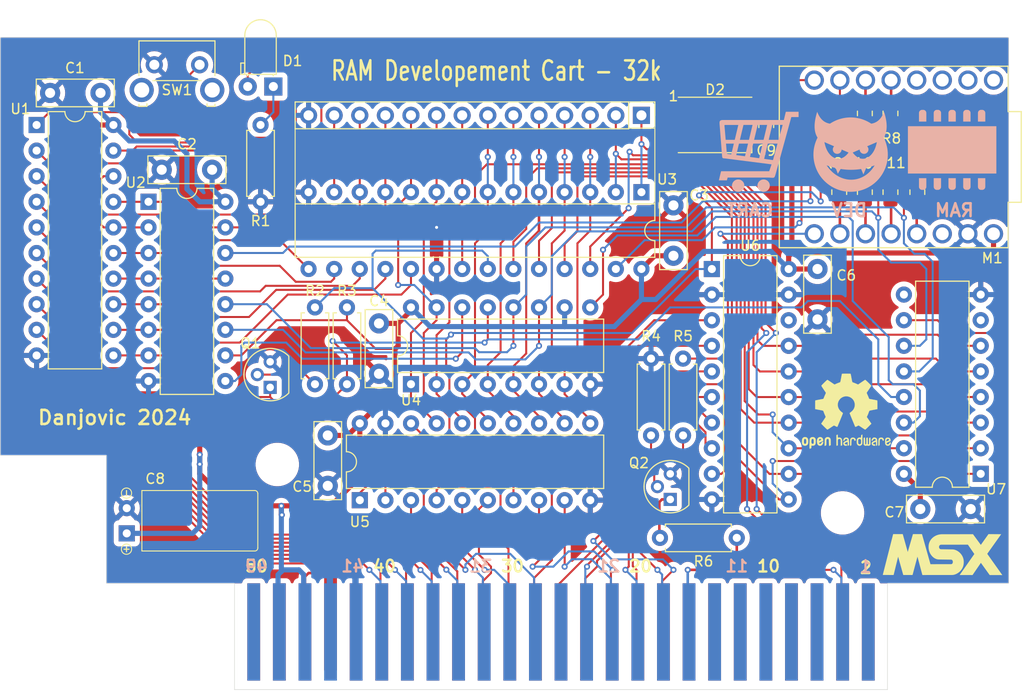
<source format=kicad_pcb>
(kicad_pcb (version 20240108) (generator "pcbnew") (generator_version "8.0")
  (layers (0 "F.Cu" signal) (31 "B.Cu" signal) (34 "B.Paste" user) (35 "F.Paste" user) (36 "B.SilkS" user "B.Silkscreen") (37 "F.SilkS" user "F.Silkscreen") (38 "B.Mask" user) (39 "F.Mask" user) (44 "Edge.Cuts" user))
  (net 0 "")
  (net 5 "/~{CS12}")
  (net 9 "Net-(CN1-4.~{SLTSL})")
  (net 10 "Net-(CN1-44.SW1)")
  (net 11 "/AA15")
  (net 15 "Net-(Q1-C)")
  (net 23 "/~{WR}")
  (net 24 "Net-(U2-SER)")
  (net 26 "/~{RESET}")
  (net 27 "Net-(U2-QH')")
  (net 28 "Net-(Q1-B)")
  (net 29 "/DISABLE")
  (net 30 "Net-(Q2-B)")
  (net 32 "/RESET")
  (net 33 "/~{EN}")
  (net 34 "/SCK")
  (net 35 "/RCK")
  (net 36 "/SERIN")
  (net 37 "/DD4")
  (net 38 "/AA2")
  (net 39 "/AA10")
  (net 40 "/AA1")
  (net 41 "/AA13")
  (net 42 "/AA0")
  (net 43 "/AA4")
  (net 44 "/AA12")
  (net 45 "/DD7")
  (net 46 "/DD3")
  (net 47 "/AA11")
  (net 48 "/DD1")
  (net 49 "/AA8")
  (net 50 "/AA6")
  (net 51 "/AA9")
  (net 52 "/AA7")
  (net 53 "/AA3")
  (net 54 "/DD0")
  (net 55 "/DD5")
  (net 56 "/AA5")
  (net 57 "/DD6")
  (net 58 "/DD2")
  (net 59 "/A7")
  (net 60 "/A11")
  (net 61 "/A1")
  (net 62 "/A5")
  (net 63 "/A6")
  (net 64 "/A0")
  (net 65 "/A12")
  (net 66 "/A4")
  (net 67 "/A14")
  (net 68 "/A3")
  (net 69 "/A10")
  (net 70 "/A9")
  (net 71 "/A2")
  (net 72 "/A8")
  (net 73 "/A13")
  (net 74 "/D3")
  (net 75 "/D6")
  (net 76 "/D4")
  (net 77 "/D0")
  (net 78 "/D5")
  (net 79 "/D2")
  (net 80 "/D7")
  (net 81 "/D1")
  (net 83 "/BUTTON")
  (net 90 "+5V")
  (net 91 "GND")
  (net 92 "Net-(D1-K)")
  (net 93 "/LED")
  (net 94 "/RGBLED")
  (net 96 "Net-(U9-GPIO1)")
  (net 97 "Net-(U9-GPIO2)")
  (net 98 "Net-(U9-GPIO3)")
  (net 99 "Net-(U9-GPIO4)")
  (net 100 "Net-(U9-GPIO10)")
  (net 101 "Net-(U9-GPIO9)")
  (footprint "Connector_PinHeader_2.54mm:PinHeader_1x14_P2.54mm_Vertical" (layer "F.Cu") (at 160.02 61.595 -90)
    (property "Reference" "J1" (hide yes))
    (property "Value" "Conn_01x14_Socket")
  )
  (footprint "Package_DIP:DIP-20_W7.62mm" (layer "F.Cu") (at 132.085 99.76875 90)
    (property "Reference" "U5")
    (property "Value" "74AHC541")
  )
  (footprint "MSX-Cart:MSXCART" (layer "F.Cu") (at 152.04 118.5545)
    (property "Reference" "CN1" (hide yes))
    (property "Value" "~" (hide yes))
    (fp_line (start -55.6 -64.683) (end 44.4 -64.683) (stroke (width 0.05)) (layer "Edge.Cuts"))
    (fp_line (start -55.6 -23.241) (end -55.6 -64.683) (stroke (width 0.05)) (layer "Edge.Cuts"))
    (fp_line (start -45.0844 -23.241) (end -55.6 -23.241) (stroke (width 0.05)) (layer "Edge.Cuts"))
    (fp_line (start -45.0844 -23.241) (end -45.0844 -10.541) (stroke (width 0.05)) (layer "Edge.Cuts"))
    (fp_line (start -45.0844 -10.541) (end -32.3844 -10.541) (stroke (width 0.05)) (layer "Edge.Cuts"))
    (fp_line (start -32.3844 -10.541) (end -32.3844 0) (stroke (width 0.05)) (layer "Edge.Cuts"))
    (fp_line (start -32.3844 0) (end 32.3856 0) (stroke (width 0.05)) (layer "Edge.Cuts"))
    (fp_line (start 32.3856 0) (end 32.3856 -10.541) (stroke (width 0.05)) (layer "Edge.Cuts"))
    (fp_line (start 44.4 -10.541) (end 32.3856 -10.541) (stroke (width 0.05)) (layer "Edge.Cuts"))
    (fp_line (start 44.4 -10.541) (end 44.4 -64.683) (stroke (width 0.05)) (layer "Edge.Cuts"))
  )
  (footprint "Resistor_SMD:R_0805_2012Metric" (layer "F.Cu") (at 184.7215 69.215 90)
    (property "Reference" "R11")
    (property "Value" "1k")
  )
  (footprint "Resistor_THT:R_Axial_DIN0207_L6.3mm_D2.5mm_P7.62mm_Horizontal" (layer "F.Cu") (at 161.857 103.506)
    (property "Reference" "R6")
    (property "Value" "470")
  )
  (footprint "Resistor_SMD:R_0805_2012Metric" (layer "F.Cu") (at 182.1815 69.215 90)
    (property "Reference" "R10")
    (property "Value" "1k")
  )
  (footprint "Package_DIP:DIP-16_W7.62mm" (layer "F.Cu") (at 111.125 70.1675)
    (property "Reference" "U2")
    (property "Value" "74HC595")
  )
  (footprint "LED_THT:LED_D3.0mm_Horizontal_O1.27mm_Z6.0mm" (layer "F.Cu") (at 123.5075 58.7375 180)
    (property "Reference" "D1")
    (property "Value" "LED")
  )
  (footprint "Capacitor_THT:C_Disc_D7.5mm_W2.5mm_P5.00mm" (layer "F.Cu") (at 106.3625 59.3725 180)
    (property "Reference" "C1")
    (property "Value" "100n")
  )
  (footprint "Package_DIP:DIP-28_W7.62mm" (layer "F.Cu") (at 160.02 69.215 -90)
    (property "Reference" "U3")
    (property "Value" "HM62256BLP")
  )
  (footprint "Capacitor_THT:C_Disc_D7.5mm_W2.5mm_P5.00mm" (layer "F.Cu") (at 133.985 82.2325 -90)
    (property "Reference" "C4")
    (property "Value" "100n")
  )
  (footprint "Resistor_THT:R_Axial_DIN0207_L6.3mm_D2.5mm_P7.62mm_Horizontal" (layer "F.Cu") (at 122.2375 62.5475 -90)
    (property "Reference" "R1")
    (property "Value" "1k")
  )
  (footprint "Resistor_THT:R_Axial_DIN0207_L6.3mm_D2.5mm_P7.62mm_Horizontal" (layer "F.Cu") (at 127.635 88.265 90)
    (property "Reference" "R2")
    (property "Value" "10K")
  )
  (footprint "Capacitor_THT:C_Disc_D7.5mm_W2.5mm_P5.00mm" (layer "F.Cu") (at 187.6825 100.6475)
    (property "Reference" "C7")
    (property "Value" "100n")
  )
  (footprint "Package_DIP:DIP-20_W7.62mm" (layer "F.Cu") (at 167.005 76.84)
    (property "Reference" "U6")
    (property "Value" "74AHC541")
  )
  (footprint "Package_DIP:DIP-20_W7.62mm" (layer "F.Cu") (at 100.0225 62.5525)
    (property "Reference" "U1")
    (property "Value" "74AHC541")
  )
  (footprint "esp32c3:MODULE_ESP32-C3_SUPERMINI" (layer "F.Cu") (at 185.045 65.7225 -90)
    (property "Reference" "M1")
    (property "Value" "ESP32-C3_SUPERMINI")
  )
  (footprint "Resistor_THT:R_Axial_DIN0207_L6.3mm_D2.5mm_P7.62mm_Horizontal" (layer "F.Cu") (at 164.1475 85.725 -90)
    (property "Reference" "R5")
    (property "Value" "10K")
  )
  (footprint "Button_Switch_THT:SW_SPST_Omron_B3F-315x_Angled" (layer "F.Cu") (at 111.6965 56.5785)
    (property "Reference" "SW1")
    (property "Value" "SW_Push")
  )
  (footprint "Package_TO_SOT_THT:TO-92" (layer "F.Cu") (at 123.19 88.5825 90)
    (property "Reference" "Q1")
    (property "Value" "BC338")
  )
  (footprint "Resistor_SMD:R_0805_2012Metric" (layer "F.Cu") (at 187.3885 69.215 90)
    (property "Reference" "R12")
    (property "Value" "1k")
  )
  (footprint "Capacitor_THT:CP_Radial_D5.0mm_P2.50mm" (layer "F.Cu") (at 108.966 101.8105 90)
    (property "Reference" "C8")
    (property "Value" "100u")
  )
  (footprint "Resistor_THT:R_Axial_DIN0207_L6.3mm_D2.5mm_P7.62mm_Horizontal" (layer "F.Cu") (at 160.9725 93.345 90)
    (property "Reference" "R4")
    (property "Value" "10K")
  )
  (footprint "Capacitor_THT:C_Disc_D7.5mm_W2.5mm_P5.00mm" (layer "F.Cu") (at 163.195 75.525 90)
    (property "Reference" "C3")
    (property "Value" "100n")
  )
  (footprint "Resistor_SMD:R_0805_2012Metric" (layer "F.Cu") (at 179.6415 69.215 90)
    (property "Reference" "R9")
    (property "Value" "1k")
  )
  (footprint "Package_TO_SOT_THT:TO-92" (layer "F.Cu") (at 162.8775 99.695 90)
    (property "Reference" "Q2")
    (property "Value" "BC338")
  )
  (footprint "LED_SMD:LED_WS2812B_PLCC4_5.0x5.0mm_P3.2mm" (layer "F.Cu") (at 167.3225 62.5475)
    (property "Reference" "D2")
    (property "Value" "WS2812B")
  )
  (footprint "Package_DIP:DIP-16_W7.62mm" (layer "F.Cu") (at 193.675 97.155 180)
    (property "Reference" "U7")
    (property "Value" "74HC595")
  )
  (footprint "Capacitor_THT:C_Disc_D7.5mm_W2.5mm_P5.00mm" (layer "F.Cu") (at 128.905 93.345 -90)
    (property "Reference" "C5")
    (property "Value" "100n")
  )
  (footprint "Symbol:OSHW-Logo2_9.8x8mm_SilkScreen" (layer "F.Cu") (at 180.34 90.932)
    (property "Reference" "REF**" (hide yes))
    (property "Value" "OSHW-Logo2_9.8x8mm_SilkScreen" (hide yes))
  )
  (footprint "Package_DIP:DIP-16_W7.62mm" (layer "F.Cu") (at 137.16 88.265 90)
    (property "Reference" "U4")
    (property "Value" "74AHCT595")
  )
  (footprint "Capacitor_THT:C_Disc_D7.5mm_W2.5mm_P5.00mm" (layer "F.Cu") (at 117.435 66.9925 180)
    (property "Reference" "C2")
    (property "Value" "100n")
  )
  (footprint "Resistor_THT:R_Axial_DIN0207_L6.3mm_D2.5mm_P7.62mm_Horizontal" (layer "F.Cu") (at 130.81 80.645 -90)
    (property "Reference" "R3")
    (property "Value" "10K")
  )
  (footprint "Resistor_SMD:R_0805_2012Metric" (layer "F.Cu") (at 184.7215 61.4045 90)
    (property "Reference" "R8")
    (property "Value" "1k")
  )
  (footprint "Capacitor_THT:C_Disc_D7.5mm_W2.5mm_P5.00mm" (layer "F.Cu") (at 177.4825 76.835 -90)
    (property "Reference" "C6")
    (property "Value" "100n")
  )
  (footprint "Capacitor_SMD:C_0805_2012Metric" (layer "F.Cu") (at 172.4025 62.5475 -90)
    (property "Reference" "C9")
    (property "Value" "100n")
  )
  (footprint "Resistor_SMD:R_0805_2012Metric" (layer "F.Cu") (at 182.1815 61.4045 90)
    (property "Reference" "R7")
    (property "Value" "1k")
  )
  (gr_poly (pts (xy 188.279783 68.67945) (xy 188.279381 68.695348) (xy 188.278188 68.711038) (xy 188.276223 68.7265) (xy 188.273506 68.741714) (xy 188.270056 68.756662) (xy 188.265893 68.771324) (xy 188.261035 68.78568) (xy 188.255504 68.799711) (xy 188.249317 68.813397) (xy 188.242495 68.82672) (xy 188.235056 68.839659) (xy 188.227021 68.852195) (xy 188.218408 68.86431) (xy 188.209238 68.875983) (xy 188.19953 68.887194) (xy 188.189302 68.897926) (xy 188.178575 68.908157) (xy 188.167368 68.917869) (xy 188.1557 68.927042) (xy 188.143591 68.935657) (xy 188.131061 68.943695) (xy 188.118128 68.951136) (xy 188.104813 68.95796) (xy 188.091134 68.964148) (xy 188.077111 68.969681) (xy 188.062763 68.97454) (xy 188.048111 68.978704) (xy 188.033173 68.982154) (xy 188.017969 68.984872) (xy 188.002518 68.986837) (xy 187.98684 68.988031) (xy 187.970954 68.988433) (xy 187.857341 68.988433) (xy 187.841457 68.988031) (xy 187.82578 68.986837) (xy 187.81033 68.984872) (xy 187.795127 68.982155) (xy 187.78019 68.978705) (xy 187.765538 68.974541) (xy 187.751192 68.969683) (xy 187.737169 68.964151) (xy 187.72349 68.957963) (xy 187.710175 68.951139) (xy 187.697242 68.943699) (xy 187.684712 68.935662) (xy 187.672603 68.927047) (xy 187.660935 68.917875) (xy 187.649727 68.908163) (xy 187.639 68.897932) (xy 187.628772 68.887201) (xy 187.619063 68.87599) (xy 187.609892 68.864317) (xy 187.601279 68.852203) (xy 187.593243 68.839667) (xy 187.585804 68.826727) (xy 187.578981 68.813405) (xy 187.572794 68.799718) (xy 187.567262 68.785687) (xy 187.562404 68.77133) (xy 187.558241 68.756668) (xy 187.55479 68.741719) (xy 187.552073 68.726504) (xy 187.550108 68.711041) (xy 187.548914 68.695349) (xy 187.548512 68.67945) (xy 187.548512 67.825037) (xy 188.279783 67.825037)) (stroke (width -0.000001)) (fill solid) (layer "B.SilkS"))
  (gr_poly (pts (xy 192.373837 61.051335) (xy 192.389502 61.052528) (xy 192.404941 61.054494) (xy 192.420134 61.057211) (xy 192.435062 61.060662) (xy 192.449704 61.064826) (xy 192.464043 61.069685) (xy 192.478058 61.075218) (xy 192.49173 61.081406) (xy 192.505039 61.08823) (xy 192.517966 61.095671) (xy 192.530491 61.103709) (xy 192.542595 61.112324) (xy 192.554259 61.121498) (xy 192.565463 61.131211) (xy 192.576187 61.141442) (xy 192.586412 61.152174) (xy 192.596118 61.163386) (xy 192.605287 61.175059) (xy 192.613898 61.187174) (xy 192.621932 61.199712) (xy 192.629369 61.212652) (xy 192.636191 61.225975) (xy 192.642378 61.239662) (xy 192.647909 61.253694) (xy 192.652766 61.268051) (xy 192.65693 61.282714) (xy 192.66038 61.297663) (xy 192.663097 61.312879) (xy 192.665062 61.328342) (xy 192.666256 61.344034) (xy 192.666658 61.359933) (xy 192.666658 62.214654) (xy 191.935523 62.214654) (xy 191.935523 61.359933) (xy 191.935925 61.344034) (xy 191.937119 61.328342) (xy 191.939084 61.312879) (xy 191.941801 61.297663) (xy 191.945251 61.282714) (xy 191.949414 61.268051) (xy 191.954272 61.253694) (xy 191.959803 61.239662) (xy 191.965989 61.225975) (xy 191.972811 61.212652) (xy 191.980249 61.199712) (xy 191.988283 61.187174) (xy 191.996894 61.175059) (xy 192.006062 61.163386) (xy 192.015769 61.152174) (xy 192.025994 61.141442) (xy 192.036718 61.131211) (xy 192.047921 61.121498) (xy 192.059585 61.112324) (xy 192.071689 61.103709) (xy 192.084215 61.095671) (xy 192.097141 61.08823) (xy 192.110451 61.081406) (xy 192.124122 61.075218) (xy 192.138137 61.069685) (xy 192.152476 61.064826) (xy 192.167119 61.060662) (xy 192.182046 61.057211) (xy 192.197239 61.054494) (xy 192.212678 61.052528) (xy 192.228343 61.051335) (xy 192.244215 61.050933) (xy 192.357965 61.050933)) (stroke (width -0.000001)) (fill solid) (layer "B.SilkS"))
  (gr_poly (pts (xy 192.666657 68.67945) (xy 192.666255 68.695348) (xy 192.665062 68.711038) (xy 192.663097 68.7265) (xy 192.660379 68.741714) (xy 192.656929 68.756662) (xy 192.652766 68.771324) (xy 192.647909 68.78568) (xy 192.642377 68.799711) (xy 192.636191 68.813397) (xy 192.629369 68.82672) (xy 192.621931 68.839659) (xy 192.613897 68.852195) (xy 192.605286 68.86431) (xy 192.596118 68.875983) (xy 192.586411 68.887194) (xy 192.576186 68.897926) (xy 192.565462 68.908157) (xy 192.554259 68.917869) (xy 192.542595 68.927042) (xy 192.530491 68.935657) (xy 192.517966 68.943695) (xy 192.505039 68.951136) (xy 192.49173 68.95796) (xy 192.478058 68.964148) (xy 192.464043 68.969681) (xy 192.449704 68.97454) (xy 192.435061 68.978704) (xy 192.420134 68.982154) (xy 192.404941 68.984872) (xy 192.389502 68.986837) (xy 192.373837 68.988031) (xy 192.357965 68.988433) (xy 192.244215 68.988433) (xy 192.228343 68.988031) (xy 192.212678 68.986837) (xy 192.197239 68.984872) (xy 192.182046 68.982155) (xy 192.167119 68.978705) (xy 192.152476 68.974541) (xy 192.138137 68.969683) (xy 192.124122 68.964151) (xy 192.110451 68.957963) (xy 192.097141 68.951139) (xy 192.084215 68.943699) (xy 192.071689 68.935662) (xy 192.059585 68.927047) (xy 192.047921 68.917875) (xy 192.036718 68.908163) (xy 192.025994 68.897932) (xy 192.015769 68.887201) (xy 192.006062 68.87599) (xy 191.996894 68.864317) (xy 191.988283 68.852203) (xy 191.980249 68.839667) (xy 191.972811 68.826727) (xy 191.965989 68.813405) (xy 191.959803 68.799718) (xy 191.954272 68.785687) (xy 191.949414 68.77133) (xy 191.945251 68.756668) (xy 191.941801 68.741719) (xy 191.939084 68.726504) (xy 191.937119 68.711041) (xy 191.935925 68.695349) (xy 191.935523 68.67945) (xy 191.935523 67.825037) (xy 192.666657 67.825037)) (stroke (width -0.000001)) (fill solid) (layer "B.SilkS"))
  (gr_poly (pts (xy 169.64753 67.955073) (xy 169.67865 67.957441) (xy 169.709315 67.96134) (xy 169.739487 67.966731) (xy 169.769126 67.973577) (xy 169.798196 67.981837) (xy 169.826657 67.991474) (xy 169.854472 68.002449) (xy 169.881601 68.014723) (xy 169.908007 68.028258) (xy 169.933651 68.043014) (xy 169.958496 68.058954) (xy 169.982502 68.076038) (xy 170.005631 68.094228) (xy 170.027845 68.113484) (xy 170.049106 68.13377) (xy 170.069375 68.155045) (xy 170.088614 68.177271) (xy 170.106786 68.200409) (xy 170.12385 68.224422) (xy 170.139769 68.249269) (xy 170.154506 68.274912) (xy 170.16802 68.301314) (xy 170.180275 68.328434) (xy 170.191232 68.356235) (xy 170.200852 68.384677) (xy 170.209097 68.413722) (xy 170.215929 68.443332) (xy 170.221309 68.473467) (xy 170.2252 68.50409) (xy 170.227562 68.53516) (xy 170.228358 68.56664) (xy 170.227562 68.598177) (xy 170.2252 68.629297) (xy 170.221309 68.659962) (xy 170.215929 68.690134) (xy 170.209097 68.719773) (xy 170.200852 68.748843) (xy 170.191232 68.777304) (xy 170.180275 68.805119) (xy 170.16802 68.832248) (xy 170.154506 68.858654) (xy 170.139769 68.884299) (xy 170.12385 68.909143) (xy 170.106786 68.933149) (xy 170.088614 68.956278) (xy 170.069375 68.978492) (xy 170.049106 68.999753) (xy 170.027845 69.020023) (xy 170.005631 69.039262) (xy 169.982502 69.057433) (xy 169.958496 69.074497) (xy 169.933651 69.090417) (xy 169.908007 69.105153) (xy 169.881601 69.118668) (xy 169.854472 69.130923) (xy 169.826657 69.141879) (xy 169.798196 69.151499) (xy 169.769126 69.159744) (xy 169.739487 69.166576) (xy 169.709315 69.171957) (xy 169.67865 69.175848) (xy 169.64753 69.17821) (xy 169.615993 69.179006) (xy 169.584513 69.17821) (xy 169.553443 69.175848) (xy 169.52282 69.171957) (xy 169.492685 69.166576) (xy 169.463076 69.159744) (xy 169.43403 69.151499) (xy 169.405588 69.141879) (xy 169.377787 69.130923) (xy 169.350667 69.118668) (xy 169.324266 69.105153) (xy 169.298622 69.090417) (xy 169.273775 69.074497) (xy 169.249762 69.057433) (xy 169.226624 69.039262) (xy 169.204398 69.020023) (xy 169.183123 68.999753) (xy 169.162837 68.978492) (xy 169.14358 68.956278) (xy 169.12539 68.933149) (xy 169.108306 68.909143) (xy 169.092367 68.884299) (xy 169.07761 68.858654) (xy 169.064076 68.832248) (xy 169.051802 68.805119) (xy 169.040827 68.777304) (xy 169.03119 68.748843) (xy 169.022929 68.719773) (xy 169.016084 68.690134) (xy 169.010692 68.659962) (xy 169.006793 68.629297) (xy 169.004425 68.598177) (xy 169.003628 68.56664) (xy 169.004425 68.53516) (xy 169.006793 68.50409) (xy 169.010692 68.473467) (xy 169.016084 68.443332) (xy 169.022929 68.413723) (xy 169.03119 68.384677) (xy 169.040827 68.356235) (xy 169.051802 68.328434) (xy 169.064076 68.301314) (xy 169.07761 68.274913) (xy 169.092367 68.249269) (xy 169.108306 68.224422) (xy 169.12539 68.20041) (xy 169.14358 68.177271) (xy 169.162837 68.155045) (xy 169.183122 68.13377) (xy 169.204397 68.113485) (xy 169.226623 68.094228) (xy 169.249762 68.076038) (xy 169.273774 68.058954) (xy 169.298622 68.043015) (xy 169.324265 68.028258) (xy 169.350667 68.014724) (xy 169.377787 68.002449) (xy 169.405588 67.991474) (xy 169.43403 67.981837) (xy 169.463075 67.973577) (xy 169.492685 67.966731) (xy 169.52282 67.96134) (xy 169.553443 67.957441) (xy 169.584513 67.955073) (xy 169.615993 67.954275)) (stroke (width -0.000001)) (fill solid) (layer "B.SilkS"))
  (gr_poly (pts (xy 195.225575 67.368151) (xy 186.451828 67.368151) (xy 186.451828 62.671523) (xy 195.225575 62.671523)) (stroke (width -0.000001)) (fill solid) (layer "B.SilkS"))
  (gr_poly (pts (xy 194.128891 68.67945) (xy 194.12849 68.695348) (xy 194.127299 68.711038) (xy 194.125338 68.7265) (xy 194.122625 68.741714) (xy 194.119181 68.756662) (xy 194.115024 68.771324) (xy 194.110174 68.78568) (xy 194.10465 68.799711) (xy 194.09847 68.813397) (xy 194.091656 68.82672) (xy 194.084225 68.839659) (xy 194.076196 68.852195) (xy 194.06759 68.86431) (xy 194.058426 68.875983) (xy 194.048722 68.887194) (xy 194.038497 68.897926) (xy 194.027772 68.908157) (xy 194.016566 68.917869) (xy 194.004897 68.927042) (xy 193.992785 68.935657) (xy 193.980249 68.943695) (xy 193.967309 68.951136) (xy 193.953984 68.95796) (xy 193.940292 68.964148) (xy 193.926253 68.969681) (xy 193.911887 68.97454) (xy 193.897213 68.978704) (xy 193.88225 68.982154) (xy 193.867017 68.984872) (xy 193.851533 68.986837) (xy 193.835818 68.988031) (xy 193.819891 68.988433) (xy 193.706449 68.988433) (xy 193.690579 68.988031) (xy 193.674915 68.986837) (xy 193.659478 68.984872) (xy 193.644286 68.982155) (xy 193.629359 68.978705) (xy 193.614718 68.974541) (xy 193.60038 68.969683) (xy 193.586366 68.964151) (xy 193.572695 68.957963) (xy 193.559387 68.951139) (xy 193.546461 68.943699) (xy 193.533936 68.935662) (xy 193.521832 68.927047) (xy 193.510169 68.917875) (xy 193.498966 68.908163) (xy 193.488243 68.897932) (xy 193.478018 68.887201) (xy 193.468312 68.87599) (xy 193.459144 68.864317) (xy 193.450533 68.852203) (xy 193.442499 68.839667) (xy 193.435062 68.826727) (xy 193.42824 68.813405) (xy 193.422054 68.799718) (xy 193.416522 68.785687) (xy 193.411665 68.77133) (xy 193.407502 68.756668) (xy 193.404052 68.741719) (xy 193.401335 68.726504) (xy 193.39937 68.711041) (xy 193.398176 68.695349) (xy 193.397774 68.67945) (xy 193.397774 67.825037) (xy 194.128891 67.825037)) (stroke (width -0.000001)) (fill solid) (layer "B.SilkS"))
  (gr_poly (pts (xy 172.173215 67.955073) (xy 172.204335 67.957441) (xy 172.235 67.96134) (xy 172.265172 67.966731) (xy 172.294812 67.973577) (xy 172.323881 67.981837) (xy 172.352343 67.991474) (xy 172.380157 68.002449) (xy 172.407286 68.014723) (xy 172.433693 68.028258) (xy 172.459337 68.043014) (xy 172.484181 68.058954) (xy 172.508187 68.076038) (xy 172.531316 68.094228) (xy 172.553531 68.113484) (xy 172.574792 68.13377) (xy 172.595061 68.155045) (xy 172.6143 68.177271) (xy 172.632471 68.200409) (xy 172.649536 68.224422) (xy 172.665455 68.249269) (xy 172.680191 68.274912) (xy 172.693706 68.301314) (xy 172.705961 68.328434) (xy 172.716917 68.356235) (xy 172.726537 68.384677) (xy 172.734783 68.413722) (xy 172.741615 68.443332) (xy 172.746995 68.473467) (xy 172.750886 68.50409) (xy 172.753248 68.53516) (xy 172.754044 68.56664) (xy 172.753248 68.598177) (xy 172.750886 68.629297) (xy 172.746995 68.659962) (xy 172.741615 68.690134) (xy 172.734783 68.719773) (xy 172.726537 68.748843) (xy 172.716917 68.777304) (xy 172.705961 68.805119) (xy 172.693706 68.832248) (xy 172.680191 68.858654) (xy 172.665455 68.884299) (xy 172.649536 68.909143) (xy 172.632471 68.933149) (xy 172.6143 68.956278) (xy 172.595061 68.978492) (xy 172.574792 68.999753) (xy 172.553531 69.020023) (xy 172.531316 69.039262) (xy 172.508187 69.057433) (xy 172.484181 69.074497) (xy 172.459337 69.090417) (xy 172.433693 69.105153) (xy 172.407286 69.118668) (xy 172.380157 69.130923) (xy 172.352343 69.141879) (xy 172.323881 69.151499) (xy 172.294812 69.159744) (xy 172.265172 69.166576) (xy 172.235 69.171957) (xy 172.204335 69.175848) (xy 172.173215 69.17821) (xy 172.141678 69.179006) (xy 172.110141 69.17821) (xy 172.079021 69.175848) (xy 172.048356 69.171957) (xy 172.018185 69.166576) (xy 171.988545 69.159744) (xy 171.959475 69.151499) (xy 171.931014 69.141879) (xy 171.9032 69.130923) (xy 171.87607 69.118668) (xy 171.849664 69.105153) (xy 171.82402 69.090417) (xy 171.799176 69.074497) (xy 171.77517 69.057433) (xy 171.75204 69.039262) (xy 171.729826 69.020023) (xy 171.708565 68.999753) (xy 171.688296 68.978492) (xy 171.669057 68.956278) (xy 171.650886 68.933149) (xy 171.633821 68.909143) (xy 171.617902 68.884299) (xy 171.603165 68.858654) (xy 171.589651 68.832248) (xy 171.577396 68.805119) (xy 171.566439 68.777304) (xy 171.556819 68.748843) (xy 171.548574 68.719773) (xy 171.541742 68.690134) (xy 171.536362 68.659962) (xy 171.532471 68.629297) (xy 171.530109 68.598177) (xy 171.529313 68.56664) (xy 171.530111 68.53516) (xy 171.532478 68.50409) (xy 171.536377 68.473467) (xy 171.541769 68.443332) (xy 171.548614 68.413723) (xy 171.556875 68.384677) (xy 171.566512 68.356235) (xy 171.577487 68.328434) (xy 171.589761 68.301314) (xy 171.603296 68.274913) (xy 171.618052 68.249269) (xy 171.633991 68.224422) (xy 171.651075 68.20041) (xy 171.669265 68.177271) (xy 171.688522 68.155045) (xy 171.708807 68.13377) (xy 171.730083 68.113485) (xy 171.752309 68.094228) (xy 171.775447 68.076038) (xy 171.799459 68.058954) (xy 171.824307 68.043015) (xy 171.84995 68.028258) (xy 171.876352 68.014724) (xy 171.903472 68.002449) (xy 171.931273 67.991474) (xy 171.959715 67.981837) (xy 171.988761 67.973577) (xy 172.01837 67.966731) (xy 172.048505 67.96134) (xy 172.079128 67.957441) (xy 172.110198 67.955073) (xy 172.141678 67.954275)) (stroke (width -0.000001)) (fill solid) (layer "B.SilkS"))
  (gr_poly (pts (xy 191.204252 68.67945) (xy 191.20385 68.695348) (xy 191.202656 68.711038) (xy 191.200691 68.7265) (xy 191.197974 68.741714) (xy 191.194523 68.756662) (xy 191.19036 68.771324) (xy 191.185502 68.78568) (xy 191.17997 68.799711) (xy 191.173782 68.813397) (xy 191.16696 68.82672) (xy 191.159521 68.839659) (xy 191.151485 68.852195) (xy 191.142872 68.86431) (xy 191.133701 68.875983) (xy 191.123992 68.887194) (xy 191.113764 68.897926) (xy 191.103036 68.908157) (xy 191.091829 68.917869) (xy 191.080161 68.927042) (xy 191.068052 68.935657) (xy 191.055522 68.943695) (xy 191.042589 68.951136) (xy 191.029273 68.95796) (xy 191.015595 68.964148) (xy 191.001572 68.969681) (xy 190.987225 68.97454) (xy 190.972574 68.978704) (xy 190.957637 68.982154) (xy 190.942433 68.984872) (xy 190.926984 68.986837) (xy 190.911307 68.988031) (xy 190.895423 68.988433) (xy 190.781981 68.988433) (xy 190.76611 68.988031) (xy 190.750447 68.986837) (xy 190.735009 68.984872) (xy 190.719818 68.982155) (xy 190.704891 68.978705) (xy 190.69025 68.974541) (xy 190.675912 68.969683) (xy 190.661898 68.964151) (xy 190.648227 68.957963) (xy 190.634919 68.951139) (xy 190.621993 68.943699) (xy 190.609468 68.935662) (xy 190.597364 68.927047) (xy 190.585701 68.917875) (xy 190.574498 68.908163) (xy 190.563775 68.897932) (xy 190.55355 68.887201) (xy 190.543844 68.87599) (xy 190.534676 68.864317) (xy 190.526065 68.852203) (xy 190.518031 68.839667) (xy 190.510594 68.826727) (xy 190.503772 68.813405) (xy 190.497586 68.799718) (xy 190.492054 68.785687) (xy 190.487197 68.77133) (xy 190.483034 68.756668) (xy 190.479584 68.741719) (xy 190.476867 68.726504) (xy 190.474902 68.711041) (xy 190.473708 68.695349) (xy 190.473306 68.67945) (xy 190.473289 68.67945) (xy 190.473289 67.825037) (xy 191.204252 67.825037)) (stroke (width -0.000001)) (fill solid) (layer "B.SilkS"))
  (gr_poly (pts (xy 190.911307 61.051335) (xy 190.926984 61.052528) (xy 190.942433 61.054494) (xy 190.957637 61.057211) (xy 190.972574 61.060662) (xy 190.987225 61.064826) (xy 191.001572 61.069685) (xy 191.015595 61.075218) (xy 191.029273 61.081406) (xy 191.042589 61.08823) (xy 191.055522 61.095671) (xy 191.068052 61.103709) (xy 191.080161 61.112324) (xy 191.091829 61.121498) (xy 191.103036 61.131211) (xy 191.113764 61.141442) (xy 191.123992 61.152174) (xy 191.133701 61.163386) (xy 191.142872 61.175059) (xy 191.151485 61.187174) (xy 191.159521 61.199712) (xy 191.16696 61.212652) (xy 191.173782 61.225975) (xy 191.17997 61.239662) (xy 191.185502 61.253694) (xy 191.19036 61.268051) (xy 191.194523 61.282714) (xy 191.197974 61.297663) (xy 191.200691 61.312879) (xy 191.202656 61.328342) (xy 191.20385 61.344034) (xy 191.204252 61.359933) (xy 191.204269 61.359933) (xy 191.204269 62.214654) (xy 190.473306 62.214654) (xy 190.473306 61.359933) (xy 190.473708 61.344034) (xy 190.474901 61.328342) (xy 190.476866 61.312879) (xy 190.479583 61.297663) (xy 190.483033 61.282714) (xy 190.487196 61.268051) (xy 190.492052 61.253694) (xy 190.497583 61.239662) (xy 190.503769 61.225975) (xy 190.51059 61.212652) (xy 190.518027 61.199712) (xy 190.526061 61.187174) (xy 190.534671 61.175059) (xy 190.543838 61.163386) (xy 190.553544 61.152174) (xy 190.563768 61.141442) (xy 190.574491 61.131211) (xy 190.585694 61.121498) (xy 190.597357 61.112324) (xy 190.60946 61.103709) (xy 190.621985 61.095671) (xy 190.634911 61.08823) (xy 190.64822 61.081406) (xy 190.661891 61.075218) (xy 190.675905 61.069685) (xy 190.690243 61.064826) (xy 190.704886 61.060662) (xy 190.719813 61.057211) (xy 190.735006 61.054494) (xy 190.750444 61.052528) (xy 190.766109 61.051335) (xy 190.781981 61.050933) (xy 190.895423 61.050933)) (stroke (width -0.000001)) (fill solid) (layer "B.SilkS"))
  (gr_poly (pts (xy 187.986839 61.051335) (xy 188.002515 61.052528) (xy 188.017965 61.054494) (xy 188.033168 61.057211) (xy 188.048105 61.060662) (xy 188.062757 61.064826) (xy 188.077104 61.069685) (xy 188.091126 61.075218) (xy 188.104805 61.081406) (xy 188.118121 61.08823) (xy 188.131053 61.095671) (xy 188.143584 61.103709) (xy 188.155693 61.112324) (xy 188.167361 61.121498) (xy 188.178568 61.131211) (xy 188.189296 61.141442) (xy 188.199524 61.152174) (xy 188.209233 61.163386) (xy 188.218403 61.175059) (xy 188.227016 61.187174) (xy 188.235052 61.199712) (xy 188.242491 61.212652) (xy 188.249314 61.225975) (xy 188.255501 61.239662) (xy 188.261034 61.253694) (xy 188.265891 61.268051) (xy 188.270055 61.282714) (xy 188.273505 61.297663) (xy 188.276223 61.312879) (xy 188.278188 61.328342) (xy 188.279381 61.344034) (xy 188.279783 61.359933) (xy 188.279783 62.214654) (xy 187.548512 62.214654) (xy 187.548512 61.359933) (xy 187.548914 61.344034) (xy 187.550108 61.328342) (xy 187.552073 61.312879) (xy 187.55479 61.297663) (xy 187.558241 61.282714) (xy 187.562404 61.268051) (xy 187.567262 61.253694) (xy 187.572794 61.239662) (xy 187.578981 61.225975) (xy 187.585804 61.212652) (xy 187.593243 61.199712) (xy 187.601279 61.187174) (xy 187.609892 61.175059) (xy 187.619063 61.163386) (xy 187.628772 61.152174) (xy 187.639 61.141442) (xy 187.649727 61.131211) (xy 187.660935 61.121498) (xy 187.672603 61.112324) (xy 187.684712 61.103709) (xy 187.697242 61.095671) (xy 187.710175 61.08823) (xy 187.72349 61.081406) (xy 187.737169 61.075218) (xy 187.751192 61.069685) (xy 187.765538 61.064826) (xy 187.78019 61.060662) (xy 187.795127 61.057211) (xy 187.81033 61.054494) (xy 187.82578 61.052528) (xy 187.841457 61.051335) (xy 187.857341 61.050933) (xy 187.970954 61.050933)) (stroke (width -0.000001)) (fill solid) (layer "B.SilkS"))
  (gr_poly (pts (xy 184.14542 61.439259) (xy 184.197528 61.631357) (xy 184.242142 61.819044) (xy 184.279071 62.002208) (xy 184.308123 62.180734) (xy 184.329108 62.354508) (xy 184.341832 62.523416) (xy 184.346107 62.687345) (xy 184.34174 62.846181) (xy 184.328539 62.999811) (xy 184.306315 63.148119) (xy 184.274875 63.290993) (xy 184.234028 63.428319) (xy 184.183584 63.559983) (xy 184.12335 63.685871) (xy 184.053136 63.805869) (xy 184.096589 63.893626) (xy 184.137687 63.982454) (xy 184.176411 64.072304) (xy 184.212743 64.163131) (xy 184.246664 64.254884) (xy 184.278157 64.347518) (xy 184.307202 64.440983) (xy 184.333781 64.535232) (xy 184.378279 64.719867) (xy 184.413009 64.904538) (xy 184.438133 65.088962) (xy 184.453816 65.272855) (xy 184.460222 65.455933) (xy 184.457514 65.637913) (xy 184.445857 65.81851) (xy 184.425414 65.997441) (xy 184.396349 66.174421) (xy 184.358826 66.349167) (xy 184.313008 66.521395) (xy 184.259061 66.690821) (xy 184.197146 66.857161) (xy 184.127429 67.020131) (xy 184.050073 67.179448) (xy 183.965242 67.334828) (xy 183.8731 67.485985) (xy 183.77381 67.632638) (xy 183.667537 67.774502) (xy 183.554444 67.911292) (xy 183.434695 68.042726) (xy 183.308455 68.168519) (xy 183.175886 68.288387) (xy 183.037153 68.402046) (xy 182.892419 68.509214) (xy 182.741849 68.609605) (xy 182.585606 68.702935) (xy 182.423855 68.788922) (xy 182.256758 68.867281) (xy 182.084479 68.937728) (xy 181.907184 68.999979) (xy 181.725035 69.053751) (xy 181.540415 69.098248) (xy 181.355757 69.132977) (xy 181.171345 69.158099) (xy 180.987463 69.173779) (xy 180.804396 69.180182) (xy 180.622426 69.17747) (xy 180.441838 69.165809) (xy 180.262916 69.145362) (xy 180.085944 69.116292) (xy 179.911205 69.078764) (xy 179.738984 69.032942) (xy 179.569564 68.978989) (xy 179.403229 68.91707) (xy 179.240264 68.847348) (xy 179.080951 68.769988) (xy 178.925576 68.685153) (xy 178.774421 68.593008) (xy 178.627772 68.493715) (xy 178.485911 68.38744) (xy 178.349122 68.274346) (xy 178.217691 68.154596) (xy 178.0919 68.028356) (xy 177.972033 67.895788) (xy 177.858374 67.757057) (xy 177.751208 67.612327) (xy 177.650817 67.461761) (xy 177.557487 67.305524) (xy 177.471501 67.14378) (xy 177.393142 66.976692) (xy 177.322695 66.804424) (xy 177.260444 66.62714) (xy 177.239448 66.556022) (xy 178.389562 66.556022) (xy 178.514991 66.731259) (xy 178.64615 66.894813) (xy 178.782617 67.046721) (xy 178.923969 67.187023) (xy 179.069785 67.315754) (xy 179.219641 67.432953) (xy 179.373117 67.538659) (xy 179.529788 67.632907) (xy 179.689234 67.715737) (xy 179.851032 67.787186) (xy 180.014759 67.847292) (xy 180.179994 67.896092) (xy 180.346313 67.933624) (xy 180.513295 67.959926) (xy 180.680518 67.975035) (xy 180.847559 67.97899) (xy 181.013995 67.971828) (xy 181.179405 67.953587) (xy 181.343367 67.924304) (xy 181.505457 67.884018) (xy 181.665254 67.832765) (xy 181.822336 67.770584) (xy 181.97628 67.697513) (xy 182.126663 67.613589) (xy 182.273064 67.51885) (xy 182.41506 67.413333) (xy 182.55223 67.297077) (xy 182.68415 67.170119) (xy 182.810398 67.032497) (xy 182.930553 66.884248) (xy 183.044191 66.725411) (xy 183.150891 66.556022) (xy 183.046231 66.595032) (xy 182.941569 66.632177) (xy 182.836903 66.667469) (xy 182.732232 66.700918) (xy 182.627554 66.732536) (xy 182.522866 66.762333) (xy 182.418168 66.790321) (xy 182.313457 66.816509) (xy 182.313456 66.816509) (xy 182.037309 67.459199) (xy 181.811399 66.917138) (xy 181.557715 66.952418) (xy 181.304031 66.977387) (xy 181.050347 66.992141) (xy 180.796663 66.996776) (xy 180.542979 66.991388) (xy 180.289295 66.976074) (xy 180.035611 66.95093) (xy 179.781927 66.916052) (xy 179.501748 67.387565) (xy 179.285606 66.82023) (xy 179.17362 66.793558) (xy 179.061631 66.765059) (xy 178.949639 66.734739) (xy 178.837642 66.702604) (xy 178.725638 66.66866) (xy 178.613624 66.632911) (xy 178.501599 66.595363) (xy 178.389562 66.556022) (xy 177.239448 66.556022) (xy 177.206672 66.445005) (xy 177.164742 66.272331) (xy 177.131371 66.09961) (xy 177.106423 65.927073) (xy 177.089766 65.754952) (xy 177.081264 65.58348) (xy 177.080783 65.412889) (xy 177.08819 65.243411) (xy 177.10335 65.075278) (xy 177.126128 64.908722) (xy 177.156391 64.743975) (xy 177.194004 64.58127) (xy 177.238833 64.420839) (xy 177.290744 64.262913) (xy 177.296136 64.248696) (xy 178.168769 64.248696) (xy 178.191055 64.351278) (xy 178.202797 64.401778) (xy 178.214955 64.451737) (xy 178.227541 64.501143) (xy 178.24057 64.549986) (xy 178.254052 64.598255) (xy 178.268002 64.645939) (xy 178.304761 64.759535) (xy 178.345664 64.868823) (xy 178.390521 64.973629) (xy 178.439144 65.07378) (xy 178.491344 65.169103) (xy 178.546934 65.259424) (xy 178.605723 65.344572) (xy 178.667524 65.424372) (xy 178.732148 65.498651) (xy 178.799406 65.567237) (xy 178.86911 65.629956) (xy 178.941071 65.686635) (xy 179.015101 65.737101) (xy 179.091011 65.781181) (xy 179.168612 65.818702) (xy 179.247716 65.84949) (xy 179.328134 65.873372) (xy 179.409677 65.890176) (xy 179.492157 65.899728) (xy 179.575386 65.901856) (xy 179.659175 65.896385) (xy 179.743335 65.883143) (xy 179.827677 65.861956) (xy 179.912013 65.832652) (xy 179.996155 65.795058) (xy 180.079913 65.749) (xy 180.163099 65.694305) (xy 180.245525 65.6308) (xy 180.327002 65.558312) (xy 180.407342 65.476667) (xy 180.486355 65.385694) (xy 180.563853 65.285218) (xy 180.9766 65.285218) (xy 181.054084 65.385694) (xy 181.133084 65.476667) (xy 181.213411 65.558312) (xy 181.294877 65.6308) (xy 181.377292 65.694305) (xy 181.460469 65.749) (xy 181.544219 65.795058) (xy 181.628353 65.832652) (xy 181.712682 65.861956) (xy 181.797018 65.883143) (xy 181.881173 65.896385) (xy 181.964957 65.901856) (xy 182.048183 65.899728) (xy 182.130661 65.890176) (xy 182.212203 65.873372) (xy 182.292621 65.84949) (xy 182.371725 65.818702) (xy 182.449327 65.781181) (xy 182.525239 65.737101) (xy 182.599272 65.686635) (xy 182.671237 65.629956) (xy 182.740946 65.567237) (xy 182.808211 65.498651) (xy 182.872841 65.424372) (xy 182.93465 65.344572) (xy 182.993448 65.259424) (xy 183.049047 65.169103) (xy 183.101258 65.07378) (xy 183.149892 64.973629) (xy 183.194762 64.868823) (xy 183.235677 64.759535) (xy 183.272451 64.645939) (xy 183.286349 64.598255) (xy 183.299793 64.549986) (xy 183.312794 64.501143) (xy 183.325363 64.451737) (xy 183.337509 64.401778) (xy 183.349245 64.351278) (xy 183.371529 64.248696) (xy 182.406953 64.666251) (xy 182.422305 64.681991) (xy 182.43678 64.69841) (xy 182.450361 64.71547) (xy 182.463034 64.733134) (xy 182.474781 64.751364) (xy 182.485587 64.770122) (xy 182.495437 64.789371) (xy 182.504315 64.809075) (xy 182.512204 64.829194) (xy 182.51909 64.849691) (xy 182.524956 64.87053) (xy 182.529786 64.891672) (xy 182.533565 64.913081) (xy 182.536277 64.934717) (xy 182.537906 64.956545) (xy 182.538436 64.978526) (xy 182.537868 65.000991) (xy 182.536181 65.02316) (xy 182.533404 65.045007) (xy 182.529564 65.066504) (xy 182.524688 65.087623) (xy 182.518804 65.108337) (xy 182.511939 65.128619) (xy 182.504121 65.14844) (xy 182.495377 65.167775) (xy 182.485735 65.186595) (xy 182.475222 65.204873) (xy 182.463866 65.222582) (xy 182.451694 65.239694) (xy 182.438733 65.256182) (xy 182.425012 65.272018) (xy 182.410557 65.287175) (xy 182.395397 65.301626) (xy 182.379558 65.315343) (xy 182.363068 65.328299) (xy 182.345954 65.340467) (xy 182.328245 65.351818) (xy 182.309967 65.362326) (xy 182.291148 65.371964) (xy 182.271815 65.380703) (xy 182.251997 65.388517) (xy 182.231719 65.395378) (xy 182.211011 65.401258) (xy 182.189899 65.406131) (xy 182.168411 65.409968) (xy 182.146575 65.412743) (xy 182.124417 65.414428) (xy 182.101966 65.414996) (xy 182.079759 65.414442) (xy 182.057842 65.412796) (xy 182.03624 65.410086) (xy 182.01498 65.406338) (xy 181.994088 65.401578) (xy 181.97359 65.395832) (xy 181.953514 65.389128) (xy 181.933885 65.381491) (xy 181.914729 65.372947) (xy 181.896074 65.363524) (xy 181.877946 65.353247) (xy 181.86037 65.342143) (xy 181.843374 65.330239) (xy 181.826984 65.31756) (xy 181.811226 65.304134) (xy 181.796126 65.289986) (xy 181.781712 65.275143) (xy 181.768008 65.259631) (xy 181.755043 65.243478) (xy 181.742842 65.226708) (xy 181.731432 65.209349) (xy 181.720838 65.191428) (xy 181.711088 65.172969) (xy 181.702208 65.154001) (xy 181.694224 65.134548) (xy 181.687163 65.114638) (xy 181.681051 65.094298) (xy 181.675914 65.073552) (xy 181.671779 65.052429) (xy 181.668673 65.030953) (xy 181.666621 65.009153) (xy 181.66565 64.987053) (xy 180.9766 65.285218) (xy 180.563853 65.285218) (xy 179.874803 64.987053) (xy 179.873818 65.009153) (xy 179.871753 65.030953) (xy 179.868634 65.052429) (xy 179.864487 65.073552) (xy 179.85934 65.094298) (xy 179.853218 65.114638) (xy 179.846147 65.134548) (xy 179.838155 65.154001) (xy 179.829267 65.172969) (xy 179.81951 65.191428) (xy 179.80891 65.209349) (xy 179.797493 65.226708) (xy 179.785287 65.243478) (xy 179.772317 65.259631) (xy 179.758609 65.275143) (xy 179.744191 65.289986) (xy 179.729088 65.304134) (xy 179.713327 65.31756) (xy 179.696934 65.330239) (xy 179.679936 65.342143) (xy 179.662358 65.353247) (xy 179.644228 65.363524) (xy 179.625572 65.372947) (xy 179.606415 65.381491) (xy 179.586785 65.389128) (xy 179.566708 65.395832) (xy 179.54621 65.401578) (xy 179.525318 65.406338) (xy 179.504058 65.410086) (xy 179.482456 65.412796) (xy 179.460538 65.414442) (xy 179.438332 65.414996) (xy 179.415881 65.414428) (xy 179.393723 65.412743) (xy 179.371886 65.409968) (xy 179.350398 65.406131) (xy 179.329286 65.401258) (xy 179.308578 65.395378) (xy 179.288301 65.388517) (xy 179.268482 65.380703) (xy 179.24915 65.371964) (xy 179.230331 65.362326) (xy 179.212053 65.351818) (xy 179.194344 65.340467) (xy 179.17723 65.328299) (xy 179.16074 65.315343) (xy 179.144901 65.301626) (xy 179.12974 65.287175) (xy 179.115285 65.272018) (xy 179.101564 65.256182) (xy 179.088604 65.239694) (xy 179.076431 65.222582) (xy 179.065075 65.204873) (xy 179.054562 65.186595) (xy 179.04492 65.167775) (xy 179.036176 65.14844) (xy 179.028358 65.128618) (xy 179.021493 65.108337) (xy 179.015609 65.087623) (xy 179.010733 65.066504) (xy 179.006893 65.045007) (xy 179.004116 65.02316) (xy 179.002429 65.00099) (xy 179.001861 64.978525) (xy 179.002449 64.955729) (xy 179.004192 64.933233) (xy 179.007061 64.911069) (xy 179.011026 64.889264) (xy 179.01606 64.867848) (xy 179.022131 64.84685) (xy 179.029211 64.826299) (xy 179.037271 64.806224) (xy 179.046281 64.786654) (xy 179.056213 64.767619) (xy 179.067036 64.749146) (xy 179.078721 64.731266) (xy 179.091239 64.714008) (xy 179.104562 64.6974) (xy 179.118658 64.681471) (xy 179.1335 64.666251) (xy 178.168769 64.248696) (xy 177.296136 64.248696) (xy 177.349603 64.107724) (xy 177.415275 63.955506) (xy 177.487626 63.80649) (xy 177.41733 63.686464) (xy 177.357025 63.560551) (xy 177.306519 63.428864) (xy 177.265621 63.291517) (xy 177.234138 63.148621) (xy 177.21188 63.000289) (xy 177.198654 62.846635) (xy 177.194268 62.687772) (xy 177.198532 62.523812) (xy 177.211252 62.354868) (xy 177.232239 62.181053) (xy 177.261299 62.002479) (xy 177.298241 61.819261) (xy 177.342874 61.631511) (xy 177.395006 61.439341) (xy 177.454445 61.242864) (xy 177.507089 61.372886) (xy 177.563422 61.49507) (xy 177.623412 61.609482) (xy 177.687025 61.716193) (xy 177.754229 61.815271) (xy 177.824993 61.906784) (xy 177.899283 61.990801) (xy 177.977066 62.06739) (xy 178.058311 62.136621) (xy 178.142985 62.198561) (xy 178.231056 62.25328) (xy 178.32249 62.300845) (xy 178.417256 62.341326) (xy 178.515321 62.374791) (xy 178.616652 62.401308) (xy 178.721218 62.420947) (xy 178.78292 62.380674) (xy 178.845566 62.341562) (xy 178.909146 62.30363) (xy 178.973647 62.266896) (xy 179.039058 62.231381) (xy 179.105369 62.197103) (xy 179.172567 62.164082) (xy 179.240641 62.132338) (xy 179.30958 62.101889) (xy 179.379373 62.072755) (xy 179.450008 62.044955) (xy 179.521474 62.018508) (xy 179.593759 61.993434) (xy 179.666852 61.969752) (xy 179.740742 61.947482) (xy 179.815418 61.926642) (xy 180.015592 61.87884) (xy 180.215783 61.842511) (xy 180.415628 61.817447) (xy 180.614765 61.803437) (xy 180.812833 61.800271) (xy 181.00947 61.807741) (xy 181.204314 61.825637) (xy 181.397004 61.853748) (xy 181.587176 61.891866) (xy 181.774471 61.939781) (xy 181.958525 61.997282) (xy 182.138977 62.064161) (xy 182.315466 62.140208) (xy 182.487628 62.225212) (xy 182.655104 62.318965) (xy 182.81753 62.421257) (xy 182.922239 62.401673) (xy 183.02371 62.375202) (xy 183.12191 62.341776) (xy 183.216807 62.301325) (xy 183.308368 62.25378) (xy 183.396561 62.199073) (xy 183.481352 62.137134) (xy 183.562708 62.067894) (xy 183.640598 61.991285) (xy 183.714988 61.907236) (xy 183.785846 61.81568) (xy 183.85314 61.716547) (xy 183.916835 61.609768) (xy 183.9769 61.495274) (xy 184.033302 61.372995) (xy 184.086008 61.242864)) (stroke (width -0.000001)) (fill solid) (layer "B.SilkS"))
  (gr_poly (pts (xy 189.449074 61.051335) (xy 189.464753 61.052528) (xy 189.480204 61.054494) (xy 189.495408 61.057211) (xy 189.510346 61.060662) (xy 189.524999 61.064826) (xy 189.539347 61.069685) (xy 189.55337 61.075218) (xy 189.56705 61.081406) (xy 189.580366 61.08823) (xy 189.5933 61.095671) (xy 189.605831 61.103709) (xy 189.617941 61.112324) (xy 189.629609 61.121498) (xy 189.640817 61.131211) (xy 189.651545 61.141442) (xy 189.661773 61.152174) (xy 189.671483 61.163386) (xy 189.680654 61.175059) (xy 189.689267 61.187174) (xy 189.697303 61.199712) (xy 189.704742 61.212652) (xy 189.711565 61.225975) (xy 189.717752 61.239662) (xy 189.723285 61.253694) (xy 189.728143 61.268051) (xy 189.732306 61.282714) (xy 189.735757 61.297663) (xy 189.738474 61.312879) (xy 189.740439 61.328342) (xy 189.741633 61.344034) (xy 189.742035 61.359933) (xy 189.742052 61.359933) (xy 189.742052 62.214654) (xy 189.011072 62.214654) (xy 189.011072 61.359933) (xy 189.011474 61.344034) (xy 189.012667 61.328342) (xy 189.014632 61.312879) (xy 189.017349 61.297663) (xy 189.020799 61.282714) (xy 189.024962 61.268051) (xy 189.029818 61.253694) (xy 189.035349 61.239662) (xy 189.041535 61.225975) (xy 189.048356 61.212652) (xy 189.055793 61.199712) (xy 189.063826 61.187174) (xy 189.072437 61.175059) (xy 189.081604 61.163386) (xy 189.09131 61.152174) (xy 189.101534 61.141442) (xy 189.112257 61.131211) (xy 189.12346 61.121498) (xy 189.135123 61.112324) (xy 189.147226 61.103709) (xy 189.159751 61.095671) (xy 189.172677 61.08823) (xy 189.185985 61.081406) (xy 189.199657 61.075218) (xy 189.213671 61.069685) (xy 189.228009 61.064826) (xy 189.242652 61.060662) (xy 189.257579 61.057211) (xy 189.272771 61.054494) (xy 189.28821 61.052528) (xy 189.303875 61.051335) (xy 189.319747 61.050933) (xy 189.433188 61.050933)) (stroke (width -0.000001)) (fill solid) (layer "B.SilkS"))
  (gr_poly (pts (xy 193.835818 61.051335) (xy 193.851533 61.052528) (xy 193.867017 61.054494) (xy 193.88225 61.057211) (xy 193.897213 61.060662) (xy 193.911887 61.064826) (xy 193.926253 61.069685) (xy 193.940292 61.075218) (xy 193.953984 61.081406) (xy 193.967309 61.08823) (xy 193.98025 61.095671) (xy 193.992785 61.103709) (xy 194.004897 61.112324) (xy 194.016566 61.121498) (xy 194.027773 61.131211) (xy 194.038498 61.141442) (xy 194.048722 61.152174) (xy 194.058426 61.163386) (xy 194.067591 61.175059) (xy 194.076197 61.187174) (xy 194.084225 61.199712) (xy 194.091656 61.212652) (xy 194.098471 61.225975) (xy 194.10465 61.239662) (xy 194.110174 61.253694) (xy 194.115025 61.268051) (xy 194.119182 61.282714) (xy 194.122626 61.297663) (xy 194.125338 61.312879) (xy 194.127299 61.328342) (xy 194.12849 61.344034) (xy 194.128892 61.359933) (xy 194.128892 62.214654) (xy 193.397774 62.214654) (xy 193.397774 61.359933) (xy 193.398176 61.344034) (xy 193.39937 61.328342) (xy 193.401334 61.312879) (xy 193.404051 61.297663) (xy 193.407501 61.282714) (xy 193.411664 61.268051) (xy 193.416521 61.253694) (xy 193.422052 61.239662) (xy 193.428237 61.225975) (xy 193.435058 61.212652) (xy 193.442495 61.199712) (xy 193.450529 61.187174) (xy 193.459139 61.175059) (xy 193.468307 61.163386) (xy 193.478012 61.152174) (xy 193.488236 61.141442) (xy 193.49896 61.131211) (xy 193.510162 61.121498) (xy 193.521825 61.112324) (xy 193.533929 61.103709) (xy 193.546453 61.095671) (xy 193.559379 61.08823) (xy 193.572688 61.081406) (xy 193.586359 61.075218) (xy 193.600373 61.069685) (xy 193.614711 61.064826) (xy 193.629354 61.060662) (xy 193.644281 61.057211) (xy 193.659474 61.054494) (xy 193.674912 61.052528) (xy 193.690577 61.051335) (xy 193.706449 61.050933) (xy 193.819891 61.050933)) (stroke (width -0.000001)) (fill solid) (layer "B.SilkS"))
  (gr_poly (pts (xy 175.609813 61.765377) (xy 174.887634 61.765377) (xy 173.38385 67.232096) (xy 173.316621 67.471614) (xy 173.288857 67.561007) (xy 173.262532 67.632588) (xy 173.249331 67.66227) (xy 173.235798 67.688182) (xy 173.2217 67.710554) (xy 173.206808 67.729613) (xy 173.19089 67.745587) (xy 173.173715 67.758705) (xy 173.155053 67.769194) (xy 173.134673 67.777282) (xy 173.112343 67.783198) (xy 173.087834 67.78717) (xy 173.03135 67.790191) (xy 172.963376 67.788172) (xy 172.882064 67.782934) (xy 172.672038 67.770106) (xy 172.53963 67.766164) (xy 172.386495 67.766301) (xy 168.571483 67.766301) (xy 168.49526 68.041479) (xy 167.702027 68.041479) (xy 167.810548 67.578894) (xy 167.866988 67.342484) (xy 167.919068 67.137141) (xy 172.693324 67.137141) (xy 172.927806 66.45695) (xy 168.662812 65.914348) (xy 172.192709 65.914348) (xy 173.067332 66.03385) (xy 173.516917 64.399583) (xy 172.55509 64.399583) (xy 172.192709 65.914348) (xy 168.662812 65.914348) (xy 168.49526 65.893031) (xy 168.410677 65.881994) (xy 168.337302 65.874074) (xy 168.22075 65.863217) (xy 168.175858 65.858095) (xy 168.138746 65.851723) (xy 168.12284 65.847727) (xy 168.108557 65.843008) (xy 168.09579 65.837431) (xy 168.084433 65.830858) (xy 168.074377 65.823154) (xy 168.065517 65.814182) (xy 168.057744 65.803805) (xy 168.050952 65.791887) (xy 168.045033 65.778291) (xy 168.03988 65.762881) (xy 168.035386 65.74552) (xy 168.031444 65.726072) (xy 168.030924 65.7225) (xy 170.78711 65.7225) (xy 171.698553 65.846523) (xy 172.045431 64.398937) (xy 171.105565 64.398937) (xy 170.78711 65.7225) (xy 168.030924 65.7225) (xy 168.024787 65.680369) (xy 168.019052 65.62468) (xy 168.01176 65.53711) (xy 169.423498 65.53711) (xy 170.292308 65.65532) (xy 170.593969 64.399583) (xy 169.696091 64.399583) (xy 169.423498 65.53711) (xy 168.01176 65.53711) (xy 168.006918 65.478974) (xy 167.922236 64.399583) (xy 168.408056 64.399583) (xy 168.468776 65.124345) (xy 168.478666 65.242769) (xy 168.483351 65.288031) (xy 168.48879 65.325176) (xy 168.49201 65.340982) (xy 168.495679 65.355092) (xy 168.499885 65.367617) (xy 168.504713 65.378667) (xy 168.510252 65.388353) (xy 168.516588 65.396787) (xy 168.523808 65.40408) (xy 168.531999 65.410341) (xy 168.541247 65.415683) (xy 168.551641 65.420216) (xy 168.563266 65.424052) (xy 168.57621 65.4273) (xy 168.606402 65.43248) (xy 168.642911 65.436644) (xy 168.737666 65.445473) (xy 168.797302 65.451913) (xy 168.866038 65.460887) (xy 168.929342 65.469285) (xy 169.185787 64.399583) (xy 168.408056 64.399583) (xy 167.922236 64.399583) (xy 167.782772 62.621914) (xy 167.781126 62.601609) (xy 168.254433 62.601609) (xy 168.254471 62.624789) (xy 168.256791 62.653666) (xy 168.265886 62.730946) (xy 168.271463 62.780564) (xy 168.276927 62.838309) (xy 168.376404 64.024283) (xy 169.275574 64.024283) (xy 169.275729 64.023637) (xy 169.786525 64.023637) (xy 170.685049 64.023637) (xy 171.196 64.023637) (xy 172.135219 64.023637) (xy 172.644877 64.023637) (xy 173.62027 64.023637) (xy 173.905136 62.985586) (xy 173.909012 62.986232) (xy 174.027868 62.543107) (xy 172.998861 62.543753) (xy 172.644877 64.023637) (xy 172.135219 64.023637) (xy 172.489202 62.544399) (xy 171.551275 62.545691) (xy 171.196 64.023637) (xy 170.685049 64.023637) (xy 171.040324 62.546337) (xy 170.140509 62.547629) (xy 169.786525 64.023637) (xy 169.275729 64.023637) (xy 169.629558 62.548275) (xy 169.629557 62.548275) (xy 168.511409 62.549567) (xy 168.408206 62.548409) (xy 168.368415 62.547872) (xy 168.335699 62.548174) (xy 168.309459 62.549922) (xy 168.29858 62.551527) (xy 168.289095 62.553723) (xy 168.28093 62.556583) (xy 168.27401 62.560184) (xy 168.26826 62.564603) (xy 168.263604 62.569914) (xy 168.259969 62.576195) (xy 168.257278 62.58352) (xy 168.255458 62.591966) (xy 168.254433 62.601609) (xy 167.781126 62.601609) (xy 167.771325 62.480732) (xy 167.767529 62.418517) (xy 167.765805 62.361715) (xy 167.766742 62.310196) (xy 167.768392 62.286378) (xy 167.770929 62.263832) (xy 167.774425 62.242543) (xy 167.778955 62.222495) (xy 167.784593 62.203671) (xy 167.791411 62.186055) (xy 167.799484 62.169632) (xy 167.808886 62.154384) (xy 167.819689 62.140297) (xy 167.831969 62.127354) (xy 167.845798 62.115539) (xy 167.86125 62.104835) (xy 167.878398 62.095227) (xy 167.897318 62.086699) (xy 167.918081 62.079235) (xy 167.940762 62.072817) (xy 167.965435 62.067432) (xy 167.992173 62.063061) (xy 168.02105 62.05969) (xy 168.05214 62.057302) (xy 168.085516 62.055881) (xy 168.121252 62.055411) (xy 174.148015 62.055411) (xy 174.244101 61.64749) (xy 174.295536 61.430267) (xy 174.343094 61.241507) (xy 175.609813 61.241507)) (stroke (width -0.000001)) (fill solid) (layer "B.SilkS"))
  (gr_poly (pts (xy 189.742018 68.67945) (xy 189.741616 68.695348) (xy 189.740422 68.711038) (xy 189.738457 68.7265) (xy 189.73574 68.741714) (xy 189.732289 68.756662) (xy 189.728126 68.771324) (xy 189.723268 68.78568) (xy 189.717736 68.799711) (xy 189.711548 68.813397) (xy 189.704725 68.82672) (xy 189.697286 68.839659) (xy 189.68925 68.852195) (xy 189.680637 68.86431) (xy 189.671466 68.875983) (xy 189.661756 68.887194) (xy 189.651528 68.897926) (xy 189.6408 68.908157) (xy 189.629592 68.917869) (xy 189.617924 68.927042) (xy 189.605814 68.935657) (xy 189.593283 68.943695) (xy 189.580349 68.951136) (xy 189.567033 68.95796) (xy 189.553354 68.964148) (xy 189.53933 68.969681) (xy 189.524982 68.97454) (xy 189.510329 68.978704) (xy 189.495391 68.982154) (xy 189.480187 68.984872) (xy 189.464736 68.986837) (xy 189.449057 68.988031) (xy 189.433172 68.988433) (xy 189.31973 68.988433) (xy 189.303859 68.988031) (xy 189.288196 68.986837) (xy 189.272758 68.984872) (xy 189.257567 68.982155) (xy 189.24264 68.978705) (xy 189.227998 68.974541) (xy 189.213661 68.969683) (xy 189.199647 68.964151) (xy 189.185976 68.957963) (xy 189.172668 68.951139) (xy 189.159741 68.943699) (xy 189.147217 68.935662) (xy 189.135113 68.927047) (xy 189.12345 68.917875) (xy 189.112247 68.908163) (xy 189.101523 68.897932) (xy 189.091299 68.887201) (xy 189.081593 68.87599) (xy 189.072424 68.864317) (xy 189.063814 68.852203) (xy 189.05578 68.839667) (xy 189.048342 68.826727) (xy 189.041521 68.813405) (xy 189.035334 68.799718) (xy 189.029803 68.785687) (xy 189.024946 68.77133) (xy 189.020783 68.756668) (xy 189.017333 68.741719) (xy 189.014615 68.726504) (xy 189.01265 68.711041) (xy 189.011457 68.695349) (xy 189.011055 68.67945) (xy 189.011038 68.67945) (xy 189.011038 67.825037) (xy 189.742018 67.825037)) (stroke (width -0.000001)) (fill solid) (layer "B.SilkS"))
  (gr_line (start 158.75 62.865) (end 161.29 62.865) (stroke (width 0.1)) (layer "F.SilkS"))
  (gr_line (start 161.35 61.595) (end 161.35 70.375) (stroke (width 0.1)) (layer "F.SilkS"))
  (gr_line (start 158.75 60.265) (end 160.02 60.265) (stroke (width 0.1)) (layer "F.SilkS"))
  (gr_poly (pts (xy 186.436 104.902) (xy 186.950494 103.134012) (xy 187.848519 103.134012) (xy 188.690418 106.118077) (xy 190.744519 106.114202) (xy 190.764139 106.112732) (xy 190.782563 106.108824) (xy 190.799781 106.102642) (xy 190.815782 106.094349) (xy 190.830557 106.084107) (xy 190.844095 106.072079) (xy 190.856385 106.058428) (xy 190.867419 106.043318) (xy 190.877185 106.02691) (xy 190.885673 106.009369) (xy 190.892873 105.990857) (xy 190.898776 105.971536) (xy 190.90337 105.95157) (xy 190.906646 105.931122) (xy 190.908593 105.910355) (xy 190.909202 105.889431) (xy 190.908461 105.868514) (xy 190.906362 105.847766) (xy 190.902893 105.82735) (xy 190.898044 105.80743) (xy 190.891806 105.788168) (xy 190.884168 105.769727) (xy 190.87512 105.75227) (xy 190.864651 105.73596) (xy 190.852752 105.72096) (xy 190.839412 105.707433) (xy 190.824622 105.695542) (xy 190.80837 105.685449) (xy 190.790647 105.677318) (xy 190.771443 105.671311) (xy 190.750747 105.667592) (xy 190.72855 105.666324) (xy 189.532317 105.650355) (xy 189.484095 105.649189) (xy 189.435818 105.644807) (xy 189.387596 105.637278) (xy 189.339537 105.62667) (xy 189.29175 105.613052) (xy 189.244345 105.596494) (xy 189.197431 105.577063) (xy 189.151117 105.554829) (xy 189.105512 105.529861) (xy 189.060725 105.502228) (xy 189.016866 105.471999) (xy 188.974043 105.439242) (xy 188.932366 105.404026) (xy 188.891943 105.366421) (xy 188.852885 105.326495) (xy 188.815299 105.284317) (xy 188.779296 105.239956) (xy 188.744984 105.193481) (xy 188.712473 105.144961) (xy 188.681871 105.094465) (xy 188.653288 105.042062) (xy 188.626833 104.98782) (xy 188.602616 104.931808) (xy 188.580744 104.874096) (xy 188.561327 104.814752) (xy 188.544475 104.753845) (xy 188.530297 104.691444) (xy 188.518901 104.627618) (xy 188.510398 104.562436) (xy 188.504895 104.495967) (xy 188.502503 104.42828) (xy 188.503329 104.359443) (xy 188.505549 104.296231) (xy 188.511128 104.233936) (xy 188.519989 104.172629) (xy 188.532055 104.112382) (xy 188.547249 104.053266) (xy 188.565495 103.995354) (xy 188.586714 103.938716) (xy 188.61083 103.883423) (xy 188.637766 103.829549) (xy 188.667444 103.777163) (xy 188.699788 103.726337) (xy 188.734719 103.677144) (xy 188.772162 103.629654) (xy 188.812039 103.583938) (xy 188.854273 103.54007) (xy 188.898786 103.498119) (xy 188.945503 103.458158) (xy 188.994344 103.420258) (xy 189.045234 103.38449) (xy 189.098096 103.350927) (xy 189.152851 103.319639) (xy 189.209424 103.290698) (xy 189.267736 103.264175) (xy 189.327711 103.240143) (xy 189.389272 103.218672) (xy 189.452341 103.199834) (xy 189.516842 103.183701) (xy 189.582697 103.170344) (xy 189.649829 103.159834) (xy 189.718161 103.152244) (xy 189.787616 103.147644) (xy 189.858117 103.146106) (xy 192.909268 103.143367) (xy 193.685686 104.200417) (xy 194.443395 103.134012) (xy 195.706243 103.143367) (xy 194.321787 105.089088) (xy 195.818496 107.198846) (xy 194.562262 107.194971) (xy 193.691166 105.984374) (xy 192.862496 107.194971) (xy 191.580938 107.193836) (xy 193.04023 105.107797) (xy 192.404129 104.181709) (xy 189.751815 104.185583) (xy 189.725556 104.18713) (xy 189.70105 104.191162) (xy 189.678292 104.197511) (xy 189.657275 104.206009) (xy 189.637995 104.216488) (xy 189.620447 104.228781) (xy 189.604624 104.24272) (xy 189.590521 104.258136) (xy 189.578133 104.274862) (xy 189.567455 104.29273) (xy 189.558481 104.311572) (xy 189.551206 104.331221) (xy 189.545624 104.351509) (xy 189.54173 104.372267) (xy 189.539518 104.393328) (xy 189.538983 104.414524) (xy 189.54012 104.435687) (xy 189.542923 104.45665) (xy 189.547387 104.477244) (xy 189.553506 104.497301) (xy 189.561275 104.516655) (xy 189.570689 104.535136) (xy 189.581742 104.552578) (xy 189.594429 104.568812) (xy 189.608744 104.583671) (xy 189.624681 104.596986) (xy 189.642237 104.60859) (xy 189.661404 104.618314) (xy 189.682178 104.625992) (xy 189.704553 104.631456) (xy 189.728524 104.634536) (xy 189.754085 104.635066) (xy 190.871607 104.65217) (xy 190.916424 104.653879) (xy 190.962211 104.658408) (xy 191.008807 104.665716) (xy 191.056054 104.675765) (xy 191.103789 104.688517) (xy 191.151855 104.703933) (xy 191.200089 104.721973) (xy 191.248332 104.742599) (xy 191.296425 104.765772) (xy 191.344206 104.791452) (xy 191.391516 104.819602) (xy 191.438194 104.850182) (xy 191.484081 104.883154) (xy 191.529016 104.918478) (xy 191.572839 104.956116) (xy 191.61539 104.996028) (xy 191.656509 105.038177) (xy 191.696035 105.082522) (xy 191.733809 105.129026) (xy 191.769671 105.177649) (xy 191.803459 105.228352) (xy 191.835015 105.281097) (xy 191.864178 105.335845) (xy 191.890788 105.392556) (xy 191.914684 105.451192) (xy 191.935707 105.511715) (xy 191.953696 105.574084) (xy 191.968492 105.638262) (xy 191.979934 105.704209) (xy 191.987861 105.771887) (xy 191.992115 105.841256) (xy 191.992534 105.912279) (xy 191.990877 105.994377) (xy 191.984701 106.073651) (xy 191.97423 106.150109) (xy 191.959688 106.223763) (xy 191.941301 106.294622) (xy 191.919293 106.362697) (xy 191.893887 106.427997) (xy 191.865309 106.490532) (xy 191.833782 106.550314) (xy 191.799532 106.607351) (xy 191.762782 106.661654) (xy 191.723758 106.713234) (xy 191.682683 106.762099) (xy 191.639782 106.808261) (xy 191.595279 106.851729) (xy 191.549399 106.892513) (xy 191.502366 106.930625) (xy 191.454405 106.966073) (xy 191.356595 107.029019) (xy 191.257764 107.081433) (xy 191.159708 107.123397) (xy 191.064221 107.15499) (xy 190.973101 107.176293) (xy 190.88814 107.187389) (xy 190.811136 107.188356) (xy 187.885937 107.192231) (xy 187.399506 105.369721) (xy 186.913076 107.188356) (xy 185.989727 107.188356) (xy 185.481848 105.379076) (xy 185.035575 107.191096) (xy 183.957075 107.184482) (xy 184.986063 103.134012) (xy 185.940215 103.134012)) (stroke (width -0.000001)) (fill solid) (layer "F.SilkS"))
  (gr_line (start 125.67 62.925) (end 125.67 70.375) (stroke (width 0.1)) (layer "F.SilkS"))
  (gr_text "RAM       DEV      CART" (at 180.721 71.755 0) (layer "B.SilkS") (effects (font (size 1.27 1.27) (thickness 0.254) (bold yes)) (justify bottom mirror)))
  (gr_text "Danjovic 2024" (at 100.0125 92.3925 0) (layer "F.SilkS") (effects (font (size 1.397 1.397) (thickness 0.254) (bold yes)) (justify left bottom)))
  (gr_text "RAM Developement Cart - 32k" (at 129.0955 58.293 0) (layer "F.SilkS") (effects (font (size 1.905 1.397) (thickness 0.254) (bold yes)) (justify left bottom)))
  (segment (start 128.27 60.325) (end 128.27 63.5) (width 0.2) (layer "F.Cu") (net 5))
  (segment (start 170.4975 100.6475) (end 176.53 106.68) (width 0.2) (layer "F.Cu") (net 5))
  (segment (start 128.27 63.5) (end 127.0825 64.6875) (width 0.2) (layer "F.Cu") (net 5))
  (segment (start 172.4025 83.185) (end 171.9325 82.715) (width 0.2) (layer "F.Cu") (net 5))
  (segment (start 166.49 64.015) (end 165.6575 63.1825) (width 0.2) (layer "F.Cu") (net 5))
  (segment (start 128.905 59.69) (end 128.27 60.325) (width 0.2) (layer "F.Cu") (net 5))
  (segment (start 109.946165 64.6875) (end 109.541165 65.0925) (width 0.2) (layer "F.Cu") (net 5))
  (segment (start 161.925 60.0075) (end 161.6075 59.69) (width 0.2) (layer "F.Cu") (net 5))
  (segment (start 176.53 106.68) (end 179.07 106.68) (width 0.2) (layer "F.Cu") (net 5))
  (segment (start 166.49 65.167256) (end 166.49 64.015) (width 0.2) (layer "F.Cu") (net 5))
  (segment (start 171.9325 82.715) (end 171.9325 70.609756) (width 0.2) (layer "F.Cu") (net 5))
  (segment (start 109.541165 65.0925) (end 107.6425 65.0925) (width 0.2) (layer "F.Cu") (net 5))
  (segment (start 127.0825 64.6875) (end 109.946165 64.6875) (width 0.2) (layer "F.Cu") (net 5))
  (segment (start 161.925 62.23) (end 161.925 60.0075) (width 0.2) (layer "F.Cu") (net 5))
  (segment (start 161.6075 59.69) (end 128.905 59.69) (width 0.2) (layer "F.Cu") (net 5))
  (segment (start 171.9325 70.609756) (end 166.49 65.167256) (width 0.2) (layer "F.Cu") (net 5))
  (segment (start 162.8775 63.1825) (end 161.925 62.23) (width 0.2) (layer "F.Cu") (net 5))
  (segment (start 165.6575 63.1825) (end 162.8775 63.1825) (width 0.2) (layer "F.Cu") (net 5))
  (via (at 170.4975 100.6475) (size 0.6) (drill 0.3) (layers "F.Cu" "B.Cu") (net 5))
  (via (at 179.07 106.68) (size 0.6) (drill 0.3) (layers "F.Cu" "B.Cu") (net 5))
  (via (at 172.4025 83.185) (size 0.6) (drill 0.3) (layers "F.Cu" "B.Cu") (net 5))
  (segment (start 179.853 107.463) (end 179.07 106.68) (width 0.2) (layer "B.Cu") (net 5))
  (segment (start 170.4975 85.09) (end 172.4025 83.185) (width 0.2) (layer "B.Cu") (net 5))
  (segment (start 179.853 111.4425) (end 179.853 107.463) (width 0.2) (layer "B.Cu") (net 5))
  (segment (start 170.4975 100.6475) (end 170.4975 85.09) (width 0.2) (layer "B.Cu") (net 5))
  (segment (start 166.89 63.7025) (end 165.97 62.7825) (width 0.2) (layer "F.Cu") (net 9))
  (segment (start 161.925 59.29) (end 126.765 59.29) (width 0.2) (layer "F.Cu") (net 9))
  (segment (start 125.73 63.5) (end 124.9425 64.2875) (width 0.2) (layer "F.Cu") (net 9))
  (segment (start 109.22 63.5) (end 109.22 62.23) (width 0.2) (layer "F.Cu") (net 9))
  (segment (start 165.97 62.7825) (end 163.043186 62.7825) (width 0.2) (layer "F.Cu") (net 9))
  (segment (start 162.325 62.064314) (end 162.325 59.69) (width 0.2) (layer "F.Cu") (net 9))
  (segment (start 126.765 59.29) (end 125.73 60.325) (width 0.2) (layer "F.Cu") (net 9))
  (segment (start 101.2975 61.2775) (end 100.0225 62.5525) (width 0.2) (layer "F.Cu") (net 9))
  (segment (start 163.043186 62.7825) (end 162.325 62.064314) (width 0.2) (layer "F.Cu") (net 9))
  (segment (start 109.22 62.23) (end 108.2675 61.2775) (width 0.2) (layer "F.Cu") (net 9))
  (segment (start 173.355 83.185) (end 172.3325 82.1625) (width 0.2) (layer "F.Cu") (net 9))
  (segment (start 108.2675 61.2775) (end 101.2975 61.2775) (width 0.2) (layer "F.Cu") (net 9))
  (segment (start 179.3875 105.7275) (end 176.53 105.7275) (width 0.2) (layer "F.Cu") (net 9))
  (segment (start 172.3325 70.415) (end 166.89 64.9725) (width 0.2) (layer "F.Cu") (net 9))
  (segment (start 176.53 105.7275) (end 171.45 100.6475) (width 0.2) (layer "F.Cu") (net 9))
  (segment (start 166.89 64.9725) (end 166.89 63.7025) (width 0.2) (layer "F.Cu") (net 9))
  (segment (start 162.325 59.69) (end 161.925 59.29) (width 0.2) (layer "F.Cu") (net 9))
  (segment (start 124.9425 64.2875) (end 110.0075 64.2875) (width 0.2) (layer "F.Cu") (net 9))
  (segment (start 172.3325 82.1625) (end 172.3325 70.415) (width 0.2) (layer "F.Cu") (net 9))
  (segment (start 125.73 60.325) (end 125.73 63.5) (width 0.2) (layer "F.Cu") (net 9))
  (segment (start 179.853 106.193) (end 179.3875 105.7275) (width 0.2) (layer "F.Cu") (net 9))
  (segment (start 179.853 111.4425) (end 179.853 106.193) (width 0.2) (layer "F.Cu") (net 9))
  (segment (start 110.0075 64.2875) (end 109.22 63.5) (width 0.2) (layer "F.Cu") (net 9))
  (via (at 173.355 83.185) (size 0.6) (drill 0.3) (layers "F.Cu" "B.Cu") (net 9))
  (via (at 171.45 100.6475) (size 0.6) (drill 0.3) (layers "F.Cu" "B.Cu") (net 9))
  (segment (start 171.45 85.09) (end 173.355 83.185) (width 0.2) (layer "B.Cu") (net 9))
  (segment (start 171.45 100.6475) (end 171.45 85.09) (width 0.2) (layer "B.Cu") (net 9))
  (segment (start 127 106.9975) (end 126.6406 107.3569) (width 0.254) (layer "F.Cu") (net 10))
  (segment (start 128.5875 106.9975) (end 127 106.9975) (width 0.254) (layer "F.Cu") (net 10))
  (segment (start 129.1806 111.8235) (end 129.1806 107.5906) (width 0.254) (layer "F.Cu") (net 10))
  (segment (start 129.1806 107.5906) (end 128.5875 106.9975) (width 0.254) (layer "F.Cu") (net 10))
  (segment (start 126.6406 107.3569) (end 126.6406 112.8395) (width 0.254) (layer "F.Cu") (net 10))
  (segment (start 162.073 107.802) (end 162.073 111.4425) (width 0.2) (layer "F.Cu") (net 11))
  (segment (start 155.253972 103.818972) (end 157.1625 101.910444) (width 0.2) (layer "F.Cu") (net 11))
  (segment (start 163.195 106.68) (end 162.073 107.802) (width 0.2) (layer "F.Cu") (net 11))
  (segment (start 157.1625 86.0425) (end 161.285 81.92) (width 0.2) (layer "F.Cu") (net 11))
  (segment (start 161.285 81.92) (end 167.005 81.92) (width 0.2) (layer "F.Cu") (net 11))
  (segment (start 157.1625 101.910444) (end 157.1625 86.0425) (width 0.2) (layer "F.Cu") (net 11))
  (via (at 163.195 106.68) (size 0.6) (drill 0.3) (layers "F.Cu" "B.Cu") (net 11))
  (via (at 155.253972 103.818972) (size 0.6) (drill 0.3) (layers "F.Cu" "B.Cu") (net 11))
  (segment (start 163.195 106.68) (end 162.1536 105.6386) (width 0.2) (layer "B.Cu") (net 11))
  (segment (start 162.1536 105.6386) (end 157.0736 105.6386) (width 0.2) (layer "B.Cu") (net 11))
  (segment (start 157.0736 105.6386) (end 155.253972 103.818972) (width 0.2) (layer "B.Cu") (net 11))
  (segment (start 161.798 103.447) (end 161.798 99.949) (width 0.254) (layer "F.Cu") (net 15))
  (segment (start 161.857 103.506) (end 161.798 103.447) (width 0.254) (layer "F.Cu") (net 15))
  (segment (start 161.798 99.949) (end 162.052 99.695) (width 0.254) (layer "F.Cu") (net 15))
  (segment (start 162.052 99.695) (end 162.8775 99.695) (width 0.254) (layer "F.Cu") (net 15))
  (segment (start 176.784 63.881) (end 184.12875 63.881) (width 0.2) (layer "F.Cu") (net 23))
  (segment (start 175.895 64.77) (end 176.784 63.881) (width 0.2) (layer "F.Cu") (net 23))
  (segment (start 175.6965 72.2725) (end 175.895 72.074) (width 0.2) (layer "F.Cu") (net 23))
  (segment (start 184.12875 63.881) (end 184.773 63.23675) (width 0.2) (layer "F.Cu") (net 23))
  (segment (start 184.773 63.23675) (end 184.773 62.4535) (width 0.2) (layer "F.Cu") (net 23))
  (segment (start 175.895 72.074) (end 175.895 64.77) (width 0.2) (layer "F.Cu") (net 23))
  (via (at 175.6965 72.2725) (size 0.6) (drill 0.3) (layers "F.Cu" "B.Cu") (net 23))
  (segment (start 175.6965 72.2725) (end 175.2615 72.7075) (width 0.2) (layer "B.Cu") (net 23))
  (segment (start 160.3375 73.9775) (end 157.48 76.835) (width 0.2) (layer "B.Cu") (net 23))
  (segment (start 166.0525 73.9775) (end 160.3375 73.9775) (width 0.2) (layer "B.Cu") (net 23))
  (segment (start 167.3225 72.7075) (end 166.0525 73.9775) (width 0.2) (layer "B.Cu") (net 23))
  (segment (start 175.2615 72.7075) (end 167.3225 72.7075) (width 0.2) (layer "B.Cu") (net 23))
  (segment (start 142.24 85.1025) (end 141.605 85.7375) (width 0.2) (layer "F.Cu") (net 24))
  (segment (start 142.24 80.645) (end 142.24 85.1025) (width 0.2) (layer "F.Cu") (net 24))
  (via (at 141.605 85.7375) (size 0.6) (drill 0.3) (layers "F.Cu" "B.Cu") (net 24))
  (segment (start 119.6975 87.9475) (end 120.3325 87.3125) (width 0.2) (layer "B.Cu") (net 24))
  (segment (start 118.745 87.9475) (end 119.6975 87.9475) (width 0.2) (layer "B.Cu") (net 24))
  (segment (start 124.7775 84.1375) (end 126.3775 85.7375) (width 0.2) (layer "B.Cu") (net 24))
  (segment (start 120.65 84.1375) (end 124.7775 84.1375) (width 0.2) (layer "B.Cu") (net 24))
  (segment (start 120.3325 84.455) (end 120.65 84.1375) (width 0.2) (layer "B.Cu") (net 24))
  (segment (start 120.3325 87.3125) (end 120.3325 84.455) (width 0.2) (layer "B.Cu") (net 24))
  (segment (start 126.3775 85.7375) (end 141.605 85.7375) (width 0.2) (layer "B.Cu") (net 24))
  (segment (start 168.656 106.68) (end 169.477 105.859) (width 0.254) (layer "F.Cu") (net 26))
  (segment (start 164.613 106.68) (end 168.656 106.68) (width 0.254) (layer "F.Cu") (net 26))
  (segment (start 169.477 105.859) (end 169.477 103.506) (width 0.254) (layer "F.Cu") (net 26))
  (via (at 164.613 106.68) (size 0.6) (drill 0.3) (layers "F.Cu" "B.Cu") (net 26))
  (segment (start 164.613 106.68) (end 164.613 111.4425) (width 0.254) (layer "B.Cu") (net 26))
  (segment (start 156.21 79.375) (end 156.21 74.93) (width 0.2) (layer "F.Cu") (net 27))
  (segment (start 154.94 80.645) (end 156.21 79.375) (width 0.2) (layer "F.Cu") (net 27))
  (via (at 156.21 74.93) (size 0.6) (drill 0.3) (layers "F.Cu" "B.Cu") (net 27))
  (segment (start 187.6425 91.44) (end 187.6425 88.9) (width 0.2) (layer "B.Cu") (net 27))
  (segment (start 186.055 92.075) (end 187.0075 92.075) (width 0.2) (layer "B.Cu") (net 27))
  (segment (start 180.975 80.01) (end 180.975 72.0725) (width 0.2) (layer "B.Cu") (net 27))
  (segment (start 157.6325 73.5075) (end 156.21 74.93) (width 0.2) (layer "B.Cu") (net 27))
  (segment (start 187.0075 88.265) (end 184.94375 88.265) (width 0.2) (layer "B.Cu") (net 27))
  (segment (start 167.405 71.6725) (end 165.57 73.5075) (width 0.2) (layer "B.Cu") (net 27))
  (segment (start 184.55 83.585) (end 180.975 80.01) (width 0.2) (layer "B.Cu") (net 27))
  (segment (start 180.975 72.0725) (end 180.575 71.6725) (width 0.2) (layer "B.Cu") (net 27))
  (segment (start 165.57 73.5075) (end 157.6325 73.5075) (width 0.2) (layer "B.Cu") (net 27))
  (segment (start 187.0075 92.075) (end 187.6425 91.44) (width 0.2) (layer "B.Cu") (net 27))
  (segment (start 180.575 71.6725) (end 167.405 71.6725) (width 0.2) (layer "B.Cu") (net 27))
  (segment (start 184.55 87.87125) (end 184.55 83.585) (width 0.2) (layer "B.Cu") (net 27))
  (segment (start 184.94375 88.265) (end 184.55 87.87125) (width 0.2) (layer "B.Cu") (net 27))
  (segment (start 187.6425 88.9) (end 187.0075 88.265) (width 0.2) (layer "B.Cu") (net 27))
  (segment (start 161.6075 98.425) (end 161.29 98.1075) (width 0.2) (layer "F.Cu") (net 28))
  (segment (start 161.29 95.25) (end 160.9725 94.9325) (width 0.2) (layer "F.Cu") (net 28))
  (segment (start 164.1475 94.9325) (end 163.83 95.25) (width 0.2) (layer "F.Cu") (net 28))
  (segment (start 161.29 98.1075) (end 161.29 95.25) (width 0.2) (layer "F.Cu") (net 28))
  (segment (start 164.1475 93.345) (end 164.1475 94.9325) (width 0.2) (layer "F.Cu") (net 28))
  (segment (start 163.83 95.25) (end 161.29 95.25) (width 0.2) (layer "F.Cu") (net 28))
  (segment (start 160.9725 94.9325) (end 160.9725 93.345) (width 0.2) (layer "F.Cu") (net 28))
  (segment (start 106.3625 86.6775) (end 114.6175 86.6775) (width 0.2) (layer "F.Cu") (net 29))
  (segment (start 114.6175 86.6775) (end 117.475 89.535) (width 0.2) (layer "F.Cu") (net 29))
  (segment (start 123.19 89.535) (end 123.698 90.043) (width 0.2) (layer "F.Cu") (net 29))
  (segment (start 117.475 89.535) (end 123.19 89.535) (width 0.2) (layer "F.Cu") (net 29))
  (segment (start 106.68 79.0575) (end 105.7275 80.01) (width 0.2) (layer "F.Cu") (net 29))
  (segment (start 129.032 90.043) (end 130.81 88.265) (width 0.2) (layer "F.Cu") (net 29))
  (segment (start 114.3 79.0575) (end 106.68 79.0575) (width 0.2) (layer "F.Cu") (net 29))
  (segment (start 129.38125 83.97875) (end 130.81 85.4075) (width 0.2) (layer "F.Cu") (net 29))
  (segment (start 123.19 89.535) (end 123.19 88.5825) (width 0.2) (layer "F.Cu") (net 29))
  (segment (start 118.745 77.7875) (end 115.57 77.7875) (width 0.2) (layer "F.Cu") (net 29))
  (segment (start 130.81 85.4075) (end 130.81 88.265) (width 0.2) (layer "F.Cu") (net 29))
  (segment (start 105.7275 86.0425) (end 106.3625 86.6775) (width 0.2) (layer "F.Cu") (net 29))
  (segment (start 144.78 83.82) (end 144.4625 84.1375) (width 0.2) (layer "F.Cu") (net 29))
  (segment (start 115.57 77.7875) (end 114.3 79.0575) (width 0.2) (layer "F.Cu") (net 29))
  (segment (start 144.78 80.645) (end 144.78 83.82) (width 0.2) (layer "F.Cu") (net 29))
  (segment (start 123.698 90.043) (end 129.032 90.043) (width 0.2) (layer "F.Cu") (net 29))
  (segment (start 105.7275 80.01) (end 105.7275 86.0425) (width 0.2) (layer "F.Cu") (net 29))
  (via (at 144.4625 84.1375) (size 0.6) (drill 0.3) (layers "F.Cu" "B.Cu") (net 29))
  (via (at 129.38125 83.97875) (size 0.6) (drill 0.3) (layers "F.Cu" "B.Cu") (net 29))
  (segment (start 129.38125 83.97875) (end 129.540013 84.137513) (width 0.2) (layer "B.Cu") (net 29))
  (segment (start 144.462487 84.137513) (end 144.4625 84.1375) (width 0.2) (layer "B.Cu") (net 29))
  (segment (start 179.705 80.01) (end 176.53 80.01) (width 0.2) (layer "B.Cu") (net 29))
  (segment (start 159.702497 83.820003) (end 144.779997 83.820003) (width 0.2) (layer "B.Cu") (net 29))
  (segment (start 184.785 89.535) (end 183.515 88.265) (width 0.2) (layer "B.Cu") (net 29))
  (segment (start 162.8775 80.645) (end 159.702497 83.820003) (width 0.2) (layer "B.Cu") (net 29))
  (segment (start 175.895 80.645) (end 162.8775 80.645) (width 0.2) (layer "B.Cu") (net 29))
  (segment (start 144.779997 83.820003) (end 144.4625 84.1375) (width 0.2) (layer "B.Cu") (net 29))
  (segment (start 129.540013 84.137513) (end 144.462487 84.137513) (width 0.2) (layer "B.Cu") (net 29))
  (segment (start 183.515 88.265) (end 183.515 83.82) (width 0.2) (layer "B.Cu") (net 29))
  (segment (start 186.055 89.535) (end 184.785 89.535) (width 0.2) (layer "B.Cu") (net 29))
  (segment (start 183.515 83.82) (end 179.705 80.01) (width 0.2) (layer "B.Cu") (net 29))
  (segment (start 176.53 80.01) (end 175.895 80.645) (width 0.2) (layer "B.Cu") (net 29))
  (segment (start 121.92 87.3125) (end 126.6825 87.3125) (width 0.2) (layer "F.Cu") (net 30))
  (segment (start 126.6825 87.3125) (end 127.635 88.265) (width 0.2) (layer "F.Cu") (net 30))
  (segment (start 167.9575 85.725) (end 168.5925 85.09) (width 0.2) (layer "F.Cu") (net 32))
  (segment (start 168.5925 85.09) (end 168.5925 74.079) (width 0.2) (layer "F.Cu") (net 32))
  (segment (start 164.1475 85.725) (end 167.9575 85.725) (width 0.2) (layer "F.Cu") (net 32))
  (segment (start 168.5925 74.079) (end 167.856 73.3425) (width 0.2) (layer "F.Cu") (net 32))
  (via (at 167.856 73.3425) (size 0.6) (drill 0.3) (layers "F.Cu" "B.Cu") (net 32))
  (segment (start 177.4825 73.3425) (end 167.856 73.3425) (width 0.2) (layer "B.Cu") (net 32))
  (segment (start 140.969992 89.109049) (end 140.969992 86.677492) (width 0.2) (layer "F.Cu") (net 33))
  (segment (start 140.6525 86.36) (end 140.6525 83.82) (width 0.2) (layer "F.Cu") (net 33))
  (segment (start 177.8 69.215) (end 178.7125 68.3025) (width 0.2) (layer "F.Cu") (net 33))
  (segment (start 142.875 96.52) (end 143.51 95.885) (width 0.2) (layer "F.Cu") (net 33))
  (segment (start 134.62 96.52) (end 142.875 96.52) (width 0.2) (layer "F.Cu") (net 33))
  (segment (start 140.6525 83.82) (end 141.128748 83.343752) (width 0.2) (layer "F.Cu") (net 33))
  (segment (start 140.969992 86.677492) (end 140.6525 86.36) (width 0.2) (layer "F.Cu") (net 33))
  (segment (start 178.7125 68.3025) (end 179.6415 68.3025) (width 0.2) (layer "F.Cu") (net 33))
  (segment (start 167.005 70.8025) (end 167.005 76.84) (width 0.2) (layer "F.Cu") (net 33))
  (segment (start 132.085 99.76875) (end 132.085 99.055) (width 0.2) (layer "F.Cu") (net 33))
  (segment (start 165.735 69.5325) (end 167.005 70.8025) (width 0.2) (layer "F.Cu") (net 33))
  (segment (start 177.8 70.12) (end 177.8 69.215) (width 0.2) (layer "F.Cu") (net 33))
  (segment (start 143.51 95.885) (end 143.51 91.649057) (width 0.2) (layer "F.Cu") (net 33))
  (segment (start 132.085 99.055) (end 134.62 96.52) (width 0.2) (layer "F.Cu") (net 33))
  (segment (start 143.51 91.649057) (end 140.969992 89.109049) (width 0.2) (layer "F.Cu") (net 33))
  (via (at 141.128748 83.343752) (size 0.6) (drill 0.3) (layers "F.Cu" "B.Cu") (net 33))
  (via (at 177.8 70.12) (size 0.6) (drill 0.3) (layers "F.Cu" "B.Cu") (net 33))
  (via (at 165.735 69.5325) (size 0.6) (drill 0.3) (layers "F.Cu" "B.Cu") (net 33))
  (segment (start 133.35 78.74) (end 129.54 78.74) (width 0.2) (layer "B.Cu") (net 33))
  (segment (start 138.3475 83.7375) (end 138.43 83.7375) (width 0.2) (layer "B.Cu") (net 33))
  (segment (start 140.735 83.7375) (end 141.128748 83.343752) (width 0.2) (layer "B.Cu") (net 33))
  (segment (start 144.78 75.565) (end 144.2275 75.0125) (width 0.2) (layer "B.Cu") (net 33))
  (segment (start 133.35 78.74) (end 138.3475 83.7375) (width 0.2) (layer "B.Cu") (net 33))
  (segment (start 133.35 78.74) (end 133.35 75.33) (width 0.2) (layer "B.Cu") (net 33))
  (segment (start 144.78 76.835) (end 144.78 75.565) (width 0.2) (layer "B.Cu") (net 33))
  (segment (start 159.0675 83.185) (end 141.2875 83.185) (width 0.2) (layer "B.Cu") (net 33))
  (segment (start 176.895 69.215) (end 166.0525 69.215) (width 0.2) (layer "B.Cu") (net 33))
  (segment (start 166.0525 69.215) (end 165.735 69.5325) (width 0.2) (layer "B.Cu") (net 33))
  (segment (start 133.35 75.33) (end 133.6675 75.0125) (width 0.2) (layer "B.Cu") (net 33))
  (segment (start 165.4125 76.84) (end 159.0675 83.185) (width 0.2) (layer "B.Cu") (net 33))
  (segment (start 144.2275 75.0125) (end 133.6675 75.0125) (width 0.2) (layer "B.Cu") (net 33))
  (segment (start 177.8 70.12) (end 176.895 69.215) (width 0.2) (layer "B.Cu") (net 33))
  (segment (start 141.2875 83.185) (end 141.128748 83.343752) (width 0.2) (layer "B.Cu") (net 33))
  (segment (start 167.005 76.84) (end 165.4125 76.84) (width 0.2) (layer "B.Cu") (net 33))
  (segment (start 138.43 83.7375) (end 140.735 83.7375) (width 0.2) (layer "B.Cu") (net 33))
  (segment (start 129.54 78.74) (end 127.635 80.645) (width 0.2) (layer "B.Cu") (net 33))
  (segment (start 149.86 80.645) (end 149.86 84.455) (width 0.2) (layer "F.Cu") (net 34))
  (segment (start 183.515 71.755) (end 183.515 68.58) (width 0.2) (layer "F.Cu") (net 34))
  (segment (start 183.2375 68.3025) (end 182.1815 68.3025) (width 0.2) (layer "F.Cu") (net 34))
  (segment (start 183.515 68.58) (end 183.2375 68.3025) (width 0.2) (layer "F.Cu") (net 34))
  (via (at 183.515 71.755) (size 0.6) (drill 0.3) (layers "F.Cu" "B.Cu") (net 34))
  (via (at 149.86 84.455) (size 0.6) (drill 0.3) (layers "F.Cu" "B.Cu") (net 34))
  (segment (start 187.6425 76.2) (end 184.785 76.2) (width 0.2) (layer "B.Cu") (net 34))
  (segment (start 182.88 71.12) (end 167.005 71.12) (width 0.2) (layer "B.Cu") (net 34))
  (segment (start 118.745 82.8675) (end 124.46 82.8675) (width 0.2) (layer "B.Cu") (net 34))
  (segment (start 186.055 84.455) (end 187.6425 84.455) (width 0.2) (layer "B.Cu") (net 34))
  (segment (start 188.2775 76.835) (end 187.6425 76.2) (width 0.2) (layer "B.Cu") (net 34))
  (segment (start 165.0175 73.1075) (end 153.5875 73.1075) (width 0.2) (layer "B.Cu") (net 34))
  (segment (start 124.46 82.8675) (end 126.701498 85.108998) (width 0.2) (layer "B.Cu") (net 34))
  (segment (start 188.2775 83.82) (end 188.2775 76.835) (width 0.2) (layer "B.Cu") (net 34))
  (segment (start 183.515 71.755) (end 182.88 71.12) (width 0.2) (layer "B.Cu") (net 34))
  (segment (start 126.701498 85.108998) (end 142.875 85.108998) (width 0.2) (layer "B.Cu") (net 34))
  (segment (start 151.13 79.375) (end 149.86 80.645) (width 0.2) (layer "B.Cu") (net 34))
  (segment (start 142.875 85.108998) (end 143.573502 85.8075) (width 0.2) (layer "B.Cu") (net 34))
  (segment (start 153.5875 73.1075) (end 151.13 75.565) (width 0.2) (layer "B.Cu") (net 34))
  (segment (start 148.5075 85.8075) (end 149.86 84.455) (width 0.2) (layer "B.Cu") (net 34))
  (segment (start 183.515 74.93) (end 183.515 71.755) (width 0.2) (layer "B.Cu") (net 34))
  (segment (start 151.13 75.565) (end 151.13 79.375) (width 0.2) (layer "B.Cu") (net 34))
  (segment (start 143.573502 85.8075) (end 148.5075 85.8075) (width 0.2) (layer "B.Cu") (net 34))
  (segment (start 187.6425 84.455) (end 188.2775 83.82) (width 0.2) (layer "B.Cu") (net 34))
  (segment (start 184.785 76.2) (end 183.515 74.93) (width 0.2) (layer "B.Cu") (net 34))
  (segment (start 167.005 71.12) (end 165.0175 73.1075) (width 0.2) (layer "B.Cu") (net 34))
  (segment (start 186.055 68.58) (end 185.8175 68.3425) (width 0.2) (layer "F.Cu") (net 35))
  (segment (start 185.8175 68.3425) (end 184.7215 68.3425) (width 0.2) (layer "F.Cu") (net 35))
  (segment (start 147.32 80.645) (end 147.32 84.455) (width 0.2) (layer "F.Cu") (net 35))
  (segment (start 186.055 71.755) (end 186.055 68.58) (width 0.2) (layer "F.Cu") (net 35))
  (via (at 147.32 84.455) (size 0.6) (drill 0.3) (layers "F.Cu" "B.Cu") (net 35))
  (via (at 186.055 71.755) (size 0.6) (drill 0.3) (layers "F.Cu" "B.Cu") (net 35))
  (segment (start 143.51 84.683499) (end 143.916501 85.09) (width 0.2) (layer "B.Cu") (net 35))
  (segment (start 186.055 74.295) (end 187.09 75.33) (width 0.2) (layer "B.Cu") (net 35))
  (segment (start 186.055 71.755) (end 186.055 74.295) (width 0.2) (layer "B.Cu") (net 35))
  (segment (start 185.02 70.72) (end 166.4525 70.72) (width 0.2) (layer "B.Cu") (net 35))
  (segment (start 166.4525 70.72) (end 164.465 72.7075) (width 0.2) (layer "B.Cu") (net 35))
  (segment (start 150.495 72.7075) (end 148.59 74.6125) (width 0.2) (layer "B.Cu") (net 35))
  (segment (start 118.745 80.3275) (end 122.8725 80.3275) (width 0.2) (layer "B.Cu") (net 35))
  (segment (start 188.9125 85.6615) (end 187.579 86.995) (width 0.2) (layer "B.Cu") (net 35))
  (segment (start 148.59 74.6125) (end 148.59 79.375) (width 0.2) (layer "B.Cu") (net 35))
  (segment (start 187.09 75.33) (end 188.111815 75.33) (width 0.2) (layer "B.Cu") (net 35))
  (segment (start 188.111815 75.33) (end 188.9125 76.130685) (width 0.2) (layer "B.Cu") (net 35))
  (segment (start 187.579 86.995) (end 186.055 86.995) (width 0.2) (layer "B.Cu") (net 35))
  (segment (start 122.8725 80.3275) (end 127.228499 84.683499) (width 0.2) (layer "B.Cu") (net 35))
  (segment (start 186.055 71.755) (end 185.02 70.72) (width 0.2) (layer "B.Cu") (net 35))
  (segment (start 148.59 79.375) (end 147.32 80.645) (width 0.2) (layer "B.Cu") (net 35))
  (segment (start 188.9125 76.130685) (end 188.9125 85.6615) (width 0.2) (layer "B.Cu") (net 35))
  (segment (start 164.465 72.7075) (end 150.495 72.7075) (width 0.2) (layer "B.Cu") (net 35))
  (segment (start 143.916501 85.09) (end 146.685 85.09) (width 0.2) (layer "B.Cu") (net 35))
  (segment (start 146.685 85.09) (end 147.32 84.455) (width 0.2) (layer "B.Cu") (net 35))
  (segment (start 127.228499 84.683499) (end 143.51 84.683499) (width 0.2) (layer "B.Cu") (net 35))
  (segment (start 177.4825 67.31) (end 187.071 67.31) (width 0.2) (layer "F.Cu") (net 36))
  (segment (start 187.3885 67.6275) (end 187.3885 68.3025) (width 0.2) (layer "F.Cu") (net 36))
  (segment (start 176.784 68.0085) (end 177.4825 67.31) (width 0.2) (layer "F.Cu") (net 36))
  (segment (start 187.071 67.31) (end 187.3885 67.6275) (width 0.2) (layer "F.Cu") (net 36))
  (segment (start 176.784 70.104) (end 176.784 68.0085) (width 0.2) (layer "F.Cu") (net 36))
  (via (at 176.784 70.104) (size 0.6) (drill 0.3) (layers "F.Cu" "B.Cu") (net 36))
  (segment (start 147.4725 74.6125) (end 125.095 74.6125) (width 0.2) (layer "B.Cu") (net 36))
  (segment (start 149.86 72.225) (end 147.4725 74.6125) (width 0.2) (layer "B.Cu") (net 36))
  (segment (start 124.46 75.2475) (end 118.745 75.2475) (width 0.2) (layer "B.Cu") (net 36))
  (segment (start 176.768 70.12) (end 166.1 70.12) (width 0.2) (layer "B.Cu") (net 36))
  (segment (start 125.095 74.6125) (end 124.46 75.2475) (width 0.2) (layer "B.Cu") (net 36))
  (segment (start 163.995 72.225) (end 149.86 72.225) (width 0.2) (layer "B.Cu") (net 36))
  (segment (start 176.784 70.104) (end 176.768 70.12) (width 0.2) (layer "B.Cu") (net 36))
  (segment (start 166.1 70.12) (end 163.995 72.225) (width 0.2) (layer "B.Cu") (net 36))
  (segment (start 102.8 89.465) (end 104.845 91.51) (width 0.2) (layer "F.Cu") (net 37))
  (segment (start 113.4175 98.038872) (end 120.166128 104.7875) (width 0.2) (layer "F.Cu") (net 37))
  (segment (start 113.4175 92.78) (end 113.4175 98.038872) (width 0.2) (layer "F.Cu") (net 37))
  (segment (start 134.95 104.7875) (end 136.673 106.5105) (width 0.2) (layer "F.Cu") (net 37))
  (segment (start 112.1475 91.51) (end 113.4175 92.78) (width 0.2) (layer "F.Cu") (net 37))
  (segment (start 136.673 106.5105) (end 136.673 111.4425) (width 0.2) (layer "F.Cu") (net 37))
  (segment (start 104.845 91.51) (end 112.1475 91.51) (width 0.2) (layer "F.Cu") (net 37))
  (segment (start 100.0225 75.2525) (end 102.8 78.03) (width 0.2) (layer "F.Cu") (net 37))
  (segment (start 102.8 78.03) (end 102.8 89.465) (width 0.2) (layer "F.Cu") (net 37))
  (segment (start 120.166128 104.7875) (end 134.95 104.7875) (width 0.2) (layer "F.Cu") (net 37))
  (segment (start 146.04125 99.05125) (end 146.04125 103.81375) (width 0.2) (layer "F.Cu") (net 38))
  (segment (start 140.0175 98.425) (end 145.415 98.425) (width 0.2) (layer "F.Cu") (net 38))
  (segment (start 146.833 104.6055) (end 146.833 111.4425) (width 0.2) (layer "F.Cu") (net 38))
  (segment (start 145.415 98.425) (end 146.04125 99.05125) (width 0.2) (layer "F.Cu") (net 38))
  (segment (start 139.705 98.7375) (end 140.0175 98.425) (width 0.2) (layer "F.Cu") (net 38))
  (segment (start 139.705 99.76875) (end 139.705 98.7375) (width 0.2) (layer "F.Cu") (net 38))
  (segment (start 146.04125 103.81375) (end 146.833 104.6055) (width 0.2) (layer "F.Cu") (net 38))
  (segment (start 159.1625 91.9165) (end 159.1625 106.3095) (width 0.2) (layer "F.Cu") (net 39))
  (segment (start 160.5915 90.4875) (end 159.1625 91.9165) (width 0.2) (layer "F.Cu") (net 39))
  (segment (start 165.4125 90.4875) (end 160.5915 90.4875) (width 0.2) (layer "F.Cu") (net 39))
  (segment (start 159.533 106.68) (end 159.533 111.4425) (width 0.2) (layer "F.Cu") (net 39))
  (segment (start 159.1625 106.3095) (end 159.533 106.68) (width 0.2) (layer "F.Cu") (net 39))
  (segment (start 167.005 92.08) (end 165.4125 90.4875) (width 0.2) (layer "F.Cu") (net 39))
  (segment (start 142.5575 106.68) (end 137.165 101.2875) (width 0.2) (layer "F.Cu") (net 40))
  (segment (start 137.165 101.2875) (end 137.165 99.76875) (width 0.2) (layer "F.Cu") (net 40))
  (via (at 142.5575 106.68) (size 0.6) (drill 0.3) (layers "F.Cu" "B.Cu") (net 40))
  (segment (start 149.373 107.463) (end 149.373 111.4425) (width 0.2) (layer "B.Cu") (net 40))
  (segment (start 143.613971 105.0925) (end 147.0025 105.0925) (width 0.2) (layer "B.Cu") (net 40))
  (segment (start 142.5575 106.148971) (end 143.613971 105.0925) (width 0.2) (layer "B.Cu") (net 40))
  (segment (start 147.0025 105.0925) (end 149.373 107.463) (width 0.2) (layer "B.Cu") (net 40))
  (segment (start 142.5575 106.68) (end 142.5575 106.148971) (width 0.2) (layer "B.Cu") (net 40))
  (segment (start 157.5625 86.595) (end 159.7025 84.455) (width 0.2) (layer "F.Cu") (net 41))
  (segment (start 151.913 111.4425) (end 151.913 108.008474) (width 0.2) (layer "F.Cu") (net 41))
  (segment (start 159.7025 84.455) (end 166.570907 84.455) (width 0.2) (layer "F.Cu") (net 41))
  (segment (start 157.5625 102.358974) (end 157.5625 86.595) (width 0.2) (layer "F.Cu") (net 41))
  (segment (start 151.913 108.008474) (end 157.5625 102.358974) (width 0.2) (layer "F.Cu") (net 41))
  (segment (start 149.373 107.4845) (end 149.373 111.4425) (width 0.2) (layer "F.Cu") (net 42))
  (segment (start 134.625 97.85875) (end 135.32875 97.155) (width 0.2) (layer "F.Cu") (net 42))
  (segment (start 151.13 105.7275) (end 149.373 107.4845) (width 0.2) (layer "F.Cu") (net 42))
  (segment (start 135.32875 97.155) (end 150.1775 97.155) (width 0.2) (layer "F.Cu") (net 42))
  (segment (start 150.1775 97.155) (end 151.13 98.1075) (width 0.2) (layer "F.Cu") (net 42))
  (segment (start 134.625 99.76875) (end 134.625 97.85875) (width 0.2) (layer "F.Cu") (net 42))
  (segment (start 151.13 98.1075) (end 151.13 105.7275) (width 0.2) (layer "F.Cu") (net 42))
  (segment (start 143.90125 105.16625) (end 143.90125 100.6525) (width 0.2) (layer "F.Cu") (net 43))
  (segment (start 144.293 111.4425) (end 144.293 107.802) (width 0.2) (layer "F.Cu") (net 43))
  (segment (start 143.90125 100.6525) (end 144.785 99.76875) (width 0.2) (layer "F.Cu") (net 43))
  (segment (start 144.293 107.802) (end 145.0975 106.9975) (width 0.2) (layer "F.Cu") (net 43))
  (segment (start 145.0975 106.9975) (end 145.0975 106.3625) (width 0.2) (layer "F.Cu") (net 43))
  (segment (start 145.0975 106.3625) (end 143.90125 105.16625) (width 0.2) (layer "F.Cu") (net 43))
  (segment (start 154.6225 106.223856) (end 157.9625 102.883856) (width 0.2) (layer "F.Cu") (net 44))
  (segment (start 157.9625 90.9575) (end 161.925 86.995) (width 0.2) (layer "F.Cu") (net 44))
  (segment (start 157.9625 102.883856) (end 157.9625 90.9575) (width 0.2) (layer "F.Cu") (net 44))
  (segment (start 161.925 86.995) (end 166.38 86.995) (width 0.2) (layer "F.Cu") (net 44))
  (segment (start 154.6225 106.3625) (end 154.6225 106.223856) (width 0.2) (layer "F.Cu") (net 44))
  (via (at 154.6225 106.3625) (size 0.6) (drill 0.3) (layers "F.Cu" "B.Cu") (net 44))
  (segment (start 154.6225 106.3625) (end 154.453 106.532) (width 0.2) (layer "B.Cu") (net 44))
  (segment (start 154.453 106.532) (end 154.453 111.4425) (width 0.2) (layer "B.Cu") (net 44))
  (segment (start 112.2175 93.485) (end 112.2175 98.768468) (width 0.2) (layer "F.Cu") (net 45))
  (segment (start 101.6 90.17) (end 104.14 92.71) (width 0.2) (layer "F.Cu") (net 45))
  (segment (start 132.3975 106.045) (end 133.032493 106.679993) (width 0.2) (layer "F.Cu") (net 45))
  (segment (start 111.4425 92.71) (end 112.2175 93.485) (width 0.2) (layer "F.Cu") (net 45))
  (segment (start 100.0225 82.8725) (end 101.6 84.45) (width 0.2) (layer "F.Cu") (net 45))
  (segment (start 112.2175 98.768468) (end 119.494032 106.045) (width 0.2) (layer "F.Cu") (net 45))
  (segment (start 104.14 92.71) (end 111.4425 92.71) (width 0.2) (layer "F.Cu") (net 45))
  (segment (start 101.6 84.45) (end 101.6 90.17) (width 0.2) (layer "F.Cu") (net 45))
  (segment (start 119.494032 106.045) (end 132.3975 106.045) (width 0.2) (layer "F.Cu") (net 45))
  (via (at 133.032493 106.679993) (size 0.6) (drill 0.3) (layers "F.Cu" "B.Cu") (net 45))
  (segment (start 134.133 107.7805) (end 133.032493 106.679993) (width 0.2) (layer "B.Cu") (net 45))
  (segment (start 134.133 111.4425) (end 134.133 107.7805) (width 0.2) (layer "B.Cu") (net 45))
  (segment (start 105.08 91.11) (end 112.3825 91.11) (width 0.2) (layer "F.Cu") (net 46))
  (segment (start 103.2 89.23) (end 105.08 91.11) (width 0.2) (layer "F.Cu") (net 46))
  (segment (start 100.0225 72.7125) (end 103.2 75.89) (width 0.2) (layer "F.Cu") (net 46))
  (segment (start 103.2 75.89) (end 103.2 89.23) (width 0.2) (layer "F.Cu") (net 46))
  (segment (start 113.8175 97.873186) (end 120.331814 104.3875) (width 0.2) (layer "F.Cu") (net 46))
  (segment (start 120.331814 104.3875) (end 135.801274 104.3875) (width 0.2) (layer "F.Cu") (net 46))
  (segment (start 113.8175 92.545) (end 113.8175 97.873186) (width 0.2) (layer "F.Cu") (net 46))
  (segment (start 135.801274 104.3875) (end 138.103137 106.689363) (width 0.2) (layer "F.Cu") (net 46))
  (segment (start 112.3825 91.11) (end 113.8175 92.545) (width 0.2) (layer "F.Cu") (net 46))
  (via (at 138.103137 106.689363) (size 0.6) (drill 0.3) (layers "F.Cu" "B.Cu") (net 46))
  (segment (start 139.213 107.799226) (end 138.103137 106.689363) (width 0.2) (layer "B.Cu") (net 46))
  (segment (start 139.213 111.4425) (end 139.213 107.799226) (width 0.2) (layer "B.Cu") (net 46))
  (segment (start 160.793628 89.535) (end 158.7625 91.566128) (width 0.2) (layer "F.Cu") (net 47))
  (segment (start 158.7625 91.566128) (end 158.7625 106.349986) (width 0.2) (layer "F.Cu") (net 47))
  (segment (start 158.7625 106.349986) (end 158.4325 106.679986) (width 0.2) (layer "F.Cu") (net 47))
  (segment (start 166.38 89.535) (end 160.793628 89.535) (width 0.2) (layer "F.Cu") (net 47))
  (via (at 158.4325 106.679986) (size 0.6) (drill 0.3) (layers "F.Cu" "B.Cu") (net 47))
  (segment (start 159.533 107.780486) (end 158.4325 106.679986) (width 0.2) (layer "B.Cu") (net 47))
  (segment (start 159.533 111.4425) (end 159.533 107.780486) (width 0.2) (layer "B.Cu") (net 47))
  (segment (start 104 71.61) (end 104 88.76) (width 0.2) (layer "F.Cu") (net 48))
  (segment (start 112.8525 90.31) (end 114.6175 92.075) (width 0.2) (layer "F.Cu") (net 48))
  (segment (start 105.55 90.31) (end 112.8525 90.31) (width 0.2) (layer "F.Cu") (net 48))
  (segment (start 137.58825 103.5875) (end 140.666631 106.665881) (width 0.2) (layer "F.Cu") (net 48))
  (segment (start 120.801814 103.5875) (end 137.58825 103.5875) (width 0.2) (layer "F.Cu") (net 48))
  (segment (start 104 88.76) (end 105.55 90.31) (width 0.2) (layer "F.Cu") (net 48))
  (segment (start 100.0225 67.6325) (end 104 71.61) (width 0.2) (layer "F.Cu") (net 48))
  (segment (start 114.6175 97.403186) (end 120.801814 103.5875) (width 0.2) (layer "F.Cu") (net 48))
  (segment (start 114.6175 92.075) (end 114.6175 97.403186) (width 0.2) (layer "F.Cu") (net 48))
  (via (at 140.666631 106.665881) (size 0.6) (drill 0.3) (layers "F.Cu" "B.Cu") (net 48))
  (segment (start 141.753 107.75225) (end 140.666631 106.665881) (width 0.2) (layer "B.Cu") (net 48))
  (segment (start 141.753 111.4425) (end 141.753 107.75225) (width 0.2) (layer "B.Cu") (net 48))
  (segment (start 168.275 88.7475) (end 168.275 96.8375) (width 0.2) (layer "F.Cu") (net 49))
  (segment (start 155.61725 105.794808) (end 158.3625 103.049558) (width 0.2) (layer "F.Cu") (net 49))
  (segment (start 168.275 96.8375) (end 167.9525 97.16) (width 0.2) (layer "F.Cu") (net 49))
  (segment (start 161.393971 88.265) (end 167.7925 88.265) (width 0.2) (layer "F.Cu") (net 49))
  (segment (start 158.3625 103.049558) (end 158.3625 91.296471) (width 0.2) (layer "F.Cu") (net 49))
  (segment (start 158.3625 91.296471) (end 161.393971 88.265) (width 0.2) (layer "F.Cu") (net 49))
  (segment (start 155.61725 106.3625) (end 155.61725 105.794808) (width 0.2) (layer "F.Cu") (net 49))
  (segment (start 154.453 111.4425) (end 154.453 107.52675) (width 0.2) (layer "F.Cu") (net 49))
  (segment (start 154.453 107.52675) (end 155.61725 106.3625) (width 0.2) (layer "F.Cu") (net 49))
  (segment (start 167.7925 88.265) (end 168.275 88.7475) (width 0.2) (layer "F.Cu") (net 49))
  (segment (start 167.9525 97.16) (end 166.38 97.16) (width 0.2) (layer "F.Cu") (net 49))
  (segment (start 156.993 111.4425) (end 156.993 106.8495) (width 0.2) (layer "F.Cu") (net 50))
  (segment (start 156.993 106.8495) (end 157.1625 106.68) (width 0.2) (layer "F.Cu") (net 50))
  (segment (start 149.865 99.76875) (end 149.86 99.77375) (width 0.2) (layer "F.Cu") (net 50))
  (segment (start 149.86 105.7275) (end 149.225 106.3625) (width 0.2) (layer "F.Cu") (net 50))
  (segment (start 149.86 99.77375) (end 149.86 105.7275) (width 0.2) (layer "F.Cu") (net 50))
  (via (at 157.1625 106.68) (size 0.6) (drill 0.3) (layers "F.Cu" "B.Cu") (net 50))
  (via (at 149.225 106.3625) (size 0.6) (drill 0.3) (layers "F.Cu" "B.Cu") (net 50))
  (segment (start 152.792463 104.849963) (end 155.332463 104.849963) (width 0.2) (layer "B.Cu") (net 50))
  (segment (start 151.279927 106.3625) (end 152.792463 104.849963) (width 0.2) (layer "B.Cu") (net 50))
  (segment (start 155.332463 104.849963) (end 157.1625 106.68) (width 0.2) (layer "B.Cu") (net 50))
  (segment (start 149.225 106.3625) (end 151.279927 106.3625) (width 0.2) (layer "B.Cu") (net 50))
  (segment (start 159.5625 104.635) (end 161.6075 106.68) (width 0.2) (layer "F.Cu") (net 51))
  (segment (start 166.375 94.615) (end 166.375 93.0325) (width 0.2) (layer "F.Cu") (net 51))
  (segment (start 160.401 91.44) (end 159.5625 92.2785) (width 0.2) (layer "F.Cu") (net 51))
  (segment (start 166.375 93.0325) (end 164.7825 91.44) (width 0.2) (layer "F.Cu") (net 51))
  (segment (start 159.5625 92.2785) (end 159.5625 104.635) (width 0.2) (layer "F.Cu") (net 51))
  (segment (start 164.7825 91.44) (end 160.401 91.44) (width 0.2) (layer "F.Cu") (net 51))
  (via (at 161.6075 106.68) (size 0.6) (drill 0.3) (layers "F.Cu" "B.Cu") (net 51))
  (segment (start 162.073 107.1455) (end 161.6075 106.68) (width 0.2) (layer "B.Cu") (net 51))
  (segment (start 162.073 111.4425) (end 162.073 107.1455) (width 0.2) (layer "B.Cu") (net 51))
  (segment (start 152.405 106.3575) (end 152.405 99.76875) (width 0.2) (layer "F.Cu") (net 52))
  (segment (start 152.4 106.3625) (end 152.405 106.3575) (width 0.2) (layer "F.Cu") (net 52))
  (via (at 152.4 106.3625) (size 0.6) (drill 0.3) (layers "F.Cu" "B.Cu") (net 52))
  (segment (start 155.057356 105.623856) (end 156.993 107.5595) (width 0.2) (layer "B.Cu") (net 52))
  (segment (start 153.138644 105.623856) (end 155.057356 105.623856) (width 0.2) (layer "B.Cu") (net 52))
  (segment (start 152.4 106.3625) (end 153.138644 105.623856) (width 0.2) (layer "B.Cu") (net 52))
  (segment (start 156.993 107.5595) (end 156.993 111.4425) (width 0.2) (layer "B.Cu") (net 52))
  (segment (start 144.4625 106.68) (end 142.24 104.4575) (width 0.2) (layer "F.Cu") (net 53))
  (segment (start 142.24 104.4575) (end 142.24 99.77375) (width 0.2) (layer "F.Cu") (net 53))
  (segment (start 142.24 99.77375) (end 142.245 99.76875) (width 0.2) (layer "F.Cu") (net 53))
  (via (at 144.4625 106.68) (size 0.6) (drill 0.3) (layers "F.Cu" "B.Cu") (net 53))
  (segment (start 144.4625 106.68) (end 145.415 106.68) (width 0.2) (layer "B.Cu") (net 53))
  (segment (start 145.415 106.68) (end 146.833 108.098) (width 0.2) (layer "B.Cu") (net 53))
  (segment (start 146.833 108.098) (end 146.833 111.4425) (width 0.2) (layer "B.Cu") (net 53))
  (segment (start 104.4 88.525) (end 105.785 89.91) (width 0.2) (layer "F.Cu") (net 54))
  (segment (start 115.0175 91.730442) (end 115.0175 97.174) (width 0.2) (layer "F.Cu") (net 54))
  (segment (start 105.785 89.91) (end 113.197058 89.91) (width 0.2) (layer "F.Cu") (net 54))
  (segment (start 115.0175 97.174) (end 121.031 103.1875) (width 0.2) (layer "F.Cu") (net 54))
  (segment (start 100.0225 65.0925) (end 104.4 69.47) (width 0.2) (layer "F.Cu") (net 54))
  (segment (start 113.197058 89.91) (end 115.0175 91.730442) (width 0.2) (layer "F.Cu") (net 54))
  (segment (start 141.753 106.828) (end 141.753 111.4425) (width 0.2) (layer "F.Cu") (net 54))
  (segment (start 104.4 69.47) (end 104.4 88.525) (width 0.2) (layer "F.Cu") (net 54))
  (segment (start 138.1125 103.1875) (end 141.753 106.828) (width 0.2) (layer "F.Cu") (net 54))
  (segment (start 121.031 103.1875) (end 138.1125 103.1875) (width 0.2) (layer "F.Cu") (net 54))
  (segment (start 113.0175 93.015) (end 113.0175 98.2855) (width 0.2) (layer "F.Cu") (net 55))
  (segment (start 134.08 105.1875) (end 135.5725 106.68) (width 0.2) (layer "F.Cu") (net 55))
  (segment (start 111.9125 91.91) (end 113.0175 93.015) (width 0.2) (layer "F.Cu") (net 55))
  (segment (start 113.0175 98.2855) (end 119.9195 105.1875) (width 0.2) (layer "F.Cu") (net 55))
  (segment (start 102.4 80.17) (end 102.4 89.7) (width 0.2) (layer "F.Cu") (net 55))
  (segment (start 100.0225 77.7925) (end 102.4 80.17) (width 0.2) (layer "F.Cu") (net 55))
  (segment (start 119.9195 105.1875) (end 134.08 105.1875) (width 0.2) (layer "F.Cu") (net 55))
  (segment (start 102.4 89.7) (end 104.61 91.91) (width 0.2) (layer "F.Cu") (net 55))
  (segment (start 104.61 91.91) (end 111.9125 91.91) (width 0.2) (layer "F.Cu") (net 55))
  (via (at 135.5725 106.68) (size 0.6) (drill 0.3) (layers "F.Cu" "B.Cu") (net 55))
  (segment (start 136.673 111.4425) (end 136.673 107.7805) (width 0.2) (layer "B.Cu") (net 55))
  (segment (start 136.673 107.7805) (end 135.5725 106.68) (width 0.2) (layer "B.Cu") (net 55))
  (segment (start 138.43 98.1075) (end 138.43 101.6) (width 0.2) (layer "F.Cu") (net 56))
  (segment (start 138.7475 97.79) (end 138.43 98.1075) (width 0.2) (layer "F.Cu") (net 56))
  (segment (start 147.325 98.1125) (end 147.0025 97.79) (width 0.2) (layer "F.Cu") (net 56))
  (segment (start 147.325 99.76875) (end 147.325 98.1125) (width 0.2) (layer "F.Cu") (net 56))
  (segment (start 138.43 101.6) (end 143.51 106.68) (width 0.2) (layer "F.Cu") (net 56))
  (segment (start 147.0025 97.79) (end 138.7475 97.79) (width 0.2) (layer "F.Cu") (net 56))
  (via (at 143.51 106.68) (size 0.6) (drill 0.3) (layers "F.Cu" "B.Cu") (net 56))
  (segment (start 144.293 111.4425) (end 144.293 107.463) (width 0.2) (layer "B.Cu") (net 56))
  (segment (start 144.293 107.463) (end 143.51 106.68) (width 0.2) (layer "B.Cu") (net 56))
  (segment (start 133.158014 105.5875) (end 134.133 106.562486) (width 0.2) (layer "F.Cu") (net 57))
  (segment (start 111.6775 92.31) (end 112.6175 93.25) (width 0.2) (layer "F.Cu") (net 57))
  (segment (start 134.133 106.562486) (end 134.133 111.4425) (width 0.2) (layer "F.Cu") (net 57))
  (segment (start 112.6175 93.25) (end 112.6175 98.5205) (width 0.2) (layer "F.Cu") (net 57))
  (segment (start 100.0225 80.3325) (end 102 82.31) (width 0.2) (layer "F.Cu") (net 57))
  (segment (start 102 82.31) (end 102 89.935) (width 0.2) (layer "F.Cu") (net 57))
  (segment (start 102 89.935) (end 104.375 92.31) (width 0.2) (layer "F.Cu") (net 57))
  (segment (start 119.6845 105.5875) (end 133.158014 105.5875) (width 0.2) (layer "F.Cu") (net 57))
  (segment (start 104.375 92.31) (end 111.6775 92.31) (width 0.2) (layer "F.Cu") (net 57))
  (segment (start 112.6175 98.5205) (end 119.6845 105.5875) (width 0.2) (layer "F.Cu") (net 57))
  (segment (start 103.6 73.75) (end 103.6 88.995) (width 0.2) (layer "F.Cu") (net 58))
  (segment (start 136.3725 103.9875) (end 139.213 106.828) (width 0.2) (layer "F.Cu") (net 58))
  (segment (start 112.6175 90.71) (end 114.2175 92.31) (width 0.2) (layer "F.Cu") (net 58))
  (segment (start 105.315 90.71) (end 112.6175 90.71) (width 0.2) (layer "F.Cu") (net 58))
  (segment (start 100.0225 70.1725) (end 103.6 73.75) (width 0.2) (layer "F.Cu") (net 58))
  (segment (start 114.2175 97.644) (end 120.561 103.9875) (width 0.2) (layer "F.Cu") (net 58))
  (segment (start 103.6 88.995) (end 105.315 90.71) (width 0.2) (layer "F.Cu") (net 58))
  (segment (start 114.2175 92.31) (end 114.2175 97.644) (width 0.2) (layer "F.Cu") (net 58))
  (segment (start 120.561 103.9875) (end 136.3725 103.9875) (width 0.2) (layer "F.Cu") (net 58))
  (segment (start 139.213 106.828) (end 139.213 111.4425) (width 0.2) (layer "F.Cu") (net 58))
  (segment (start 154.945 91.796875) (end 154.945 92.14875) (width 0.2) (layer "F.Cu") (net 59))
  (segment (start 154.94 73.025) (end 153.67 74.295) (width 0.2) (layer "F.Cu") (net 59))
  (segment (start 152.4 86.6775) (end 152.4 88.265) (width 0.2) (layer "F.Cu") (net 59))
  (segment (start 153.67 74.295) (end 153.67 85.4075) (width 0.2) (layer "F.Cu") (net 59))
  (segment (start 154.94 61.595) (end 154.94 65.7225) (width 0.2) (layer "F.Cu") (net 59))
  (segment (start 152.4 89.251875) (end 154.945 91.796875) (width 0.2) (layer "F.Cu") (net 59))
  (segment (start 153.67 85.4075) (end 152.4 86.6775) (width 0.2) (layer "F.Cu") (net 59))
  (segment (start 152.4 88.265) (end 152.4 89.251875) (width 0.2) (layer "F.Cu") (net 59))
  (segment (start 154.94 69.215) (end 154.94 73.025) (width 0.2) (layer "F.Cu") (net 59))
  (via (at 154.94 65.7225) (size 0.6) (drill 0.3) (layers "F.Cu" "B.Cu") (net 59))
  (segment (start 154.94 65.7225) (end 154.94 69.215) (width 0.2) (layer "B.Cu") (net 59))
  (segment (start 169.8625 71.368186) (end 169.8625 90.735686) (width 0.2) (layer "F.Cu") (net 60))
  (segment (start 147.32 74.13625) (end 148.59 72.86625) (width 0.2) (layer "F.Cu") (net 60))
  (segment (start 148.59 72.86625) (end 148.59 67.945) (width 0.2) (layer "F.Cu") (net 60))
  (segment (start 149.686118 66.848882) (end 165.343196 66.848882) (width 0.2) (layer "F.Cu") (net 60))
  (segment (start 174.625 92.08) (end 180.208 92.08) (width 0.2) (layer "F.Cu") (net 60))
  (segment (start 147.32 76.835) (end 147.32 74.13625) (width 0.2) (layer "F.Cu") (net 60))
  (segment (start 171.206814 92.08) (end 174.625 92.08) (width 0.2) (layer "F.Cu") (net 60))
  (segment (start 180.208 92.08) (end 181.313 90.975) (width 0.2) (layer "F.Cu") (net 60))
  (segment (start 148.59 67.945) (end 149.686118 66.848882) (width 0.2) (layer "F.Cu") (net 60))
  (segment (start 190.5 92.075) (end 193.675 92.075) (width 0.2) (layer "F.Cu") (net 60))
  (segment (start 169.8625 90.735686) (end 171.206814 92.08) (width 0.2) (layer "F.Cu") (net 60))
  (segment (start 165.343196 66.848882) (end 169.8625 71.368186) (width 0.2) (layer "F.Cu") (net 60))
  (segment (start 189.4 90.975) (end 190.5 92.075) (width 0.2) (layer "F.Cu") (net 60))
  (segment (start 181.313 90.975) (end 189.4 90.975) (width 0.2) (layer "F.Cu") (net 60))
  (segment (start 137.16 83.185) (end 137.16 88.265) (width 0.2) (layer "F.Cu") (net 61))
  (segment (start 138.43 71.4375) (end 138.43 81.915) (width 0.2) (layer "F.Cu") (net 61))
  (segment (start 139.7 61.595) (end 139.7 69.215) (width 0.2) (layer "F.Cu") (net 61))
  (segment (start 137.16 89.60375) (end 139.705 92.14875) (width 0.2) (layer "F.Cu") (net 61))
  (segment (start 139.7 70.1675) (end 138.43 71.4375) (width 0.2) (layer "F.Cu") (net 61))
  (segment (start 139.7 69.215) (end 139.7 70.1675) (width 0.2) (layer "F.Cu") (net 61))
  (segment (start 137.16 88.265) (end 137.16 89.60375) (width 0.2) (layer "F.Cu") (net 61))
  (segment (start 138.43 81.915) (end 137.16 83.185) (width 0.2) (layer "F.Cu") (net 61))
  (segment (start 147.32 88.9) (end 149.865 91.445) (width 0.2) (layer "F.Cu") (net 62))
  (segment (start 148.59 85.217) (end 148.59 74.295) (width 0.2) (layer "F.Cu") (net 62))
  (segment (start 149.86 69.215) (end 149.86 73.025) (width 0.254) (layer "F.Cu") (net 62))
  (segment (start 149.865 91.445) (end 149.865 92.14875) (width 0.2) (layer "F.Cu") (net 62))
  (segment (start 147.32 88.265) (end 147.32 88.9) (width 0.2) (layer "F.Cu") (net 62))
  (segment (start 149.86 61.595) (end 149.86 65.7225) (width 0.2) (layer "F.Cu") (net 62))
  (segment (start 147.32 88.265) (end 147.32 86.487) (width 0.2) (layer "F.Cu") (net 62))
  (segment (start 147.32 86.487) (end 148.59 85.217) (width 0.2) (layer "F.Cu") (net 62))
  (segment (start 148.59 74.295) (end 149.86 73.025) (width 0.2) (layer "F.Cu") (net 62))
  (via (at 149.86 65.7225) (size 0.6) (drill 0.3) (layers "F.Cu" "B.Cu") (net 62))
  (segment (start 149.86 65.7225) (end 149.86 69.215) (width 0.2) (layer "B.Cu") (net 62))
  (segment (start 152.4 73.025) (end 151.13 74.295) (width 0.2) (layer "F.Cu") (net 63))
  (segment (start 149.86 86.487) (end 149.86 88.265) (width 0.2) (layer "F.Cu") (net 63))
  (segment (start 149.86 89.2175) (end 152.405 91.7625) (width 0.2) (layer "F.Cu") (net 63))
  (segment (start 152.405 91.7625) (end 152.405 92.14875) (width 0.2) (layer "F.Cu") (net 63))
  (segment (start 151.13 74.295) (end 151.13 85.217) (width 0.2) (layer "F.Cu") (net 63))
  (segment (start 152.4 69.215) (end 152.4 73.025) (width 0.2) (layer "F.Cu") (net 63))
  (segment (start 149.86 88.265) (end 149.86 89.2175) (width 0.2) (layer "F.Cu") (net 63))
  (segment (start 152.4 61.595) (end 152.4 65.7225) (width 0.2) (layer "F.Cu") (net 63))
  (segment (start 151.13 85.217) (end 149.86 86.487) (width 0.2) (layer "F.Cu") (net 63))
  (via (at 152.4 65.7225) (size 0.6) (drill 0.3) (layers "F.Cu" "B.Cu") (net 63))
  (segment (start 152.4 65.7225) (end 152.4 69.215) (width 0.2) (layer "B.Cu") (net 63))
  (segment (start 138.43 89.535) (end 139.065 90.17) (width 0.2) (layer "F.Cu") (net 64))
  (segment (start 140.335 93.6625) (end 138.67875 93.6625) (width 0.2) (layer "F.Cu") (net 64))
  (segment (start 138.67875 93.6625) (end 137.165 92.14875) (width 0.2) (layer "F.Cu") (net 64))
  (segment (start 138.43 83.185) (end 138.43 89.535) (width 0.2) (layer "F.Cu") (net 64))
  (segment (start 139.7 80.645) (end 139.7 81.915) (width 0.2) (layer "F.Cu") (net 64))
  (segment (start 139.7 81.915) (end 138.43 83.185) (width 0.2) (layer "F.Cu") (net 64))
  (segment (start 139.649692 90.17) (end 140.97 91.490308) (width 0.2) (layer "F.Cu") (net 64))
  (segment (start 140.97 93.0275) (end 140.335 93.6625) (width 0.2) (layer "F.Cu") (net 64))
  (segment (start 140.97 91.490308) (end 140.97 93.0275) (width 0.2) (layer "F.Cu") (net 64))
  (segment (start 137.16 69.215) (end 135.89 70.485) (width 0.2) (layer "F.Cu") (net 64))
  (segment (start 135.89 70.485) (end 135.89 78.4225) (width 0.2) (layer "F.Cu") (net 64))
  (segment (start 137.16 61.595) (end 137.16 69.215) (width 0.2) (layer "F.Cu") (net 64))
  (segment (start 139.065 90.17) (end 139.649692 90.17) (width 0.2) (layer "F.Cu") (net 64))
  (via (at 135.89 78.4225) (size 0.6) (drill 0.3) (layers "F.Cu" "B.Cu") (net 64))
  (segment (start 139.7 80.645) (end 137.4775 78.4225) (width 0.2) (layer "B.Cu") (net 64))
  (segment (start 137.4775 78.4225) (end 135.89 78.4225) (width 0.2) (layer "B.Cu") (net 64))
  (segment (start 171.455 89.54) (end 170.6625 88.7475) (width 0.2) (layer "F.Cu") (net 65))
  (segment (start 190.5 89.535) (end 189.23 88.265) (width 0.2) (layer "F.Cu") (net 65))
  (segment (start 170.6625 88.7475) (end 170.6625 71.036814) (width 0.2) (layer "F.Cu") (net 65))
  (segment (start 181.356 88.265) (end 180.081 89.54) (width 0.2) (layer "F.Cu") (net 65))
  (segment (start 180.081 89.54) (end 171.455 89.54) (width 0.2) (layer "F.Cu") (net 65))
  (segment (start 170.6625 71.036814) (end 165.583186 65.9575) (width 0.2) (layer "F.Cu") (net 65))
  (segment (start 189.23 88.265) (end 181.356 88.265) (width 0.2) (layer "F.Cu") (net 65))
  (segment (start 165.583186 65.9575) (end 158.032486 65.9575) (width 0.2) (layer "F.Cu") (net 65))
  (segment (start 158.032486 65.9575) (end 157.48 65.405014) (width 0.2) (layer "F.Cu") (net 65))
  (segment (start 157.48 61.595) (end 157.48 65.405014) (width 0.2) (layer "F.Cu") (net 65))
  (segment (start 193.675 89.535) (end 190.5 89.535) (width 0.2) (layer "F.Cu") (net 65))
  (via (at 157.48 65.405014) (size 0.6) (drill 0.3) (layers "F.Cu" "B.Cu") (net 65))
  (segment (start 157.48 69.215) (end 157.48 65.405014) (width 0.2) (layer "B.Cu") (net 65))
  (segment (start 147.325 91.445) (end 147.325 92.14875) (width 0.2) (layer "F.Cu") (net 66))
  (segment (start 144.78 88.265) (end 144.78 88.9) (width 0.2) (layer "F.Cu") (net 66))
  (segment (start 147.32 61.595) (end 147.32 65.7225) (width 0.2) (layer "F.Cu") (net 66))
  (segment (start 146.05 74.295) (end 147.32 73.025) (width 0.2) (layer "F.Cu") (net 66))
  (segment (start 147.32 73.025) (end 147.32 69.215) (width 0.2) (layer "F.Cu") (net 66))
  (segment (start 144.78 88.265) (end 144.78 86.36) (width 0.2) (layer "F.Cu") (net 66))
  (segment (start 144.78 88.9) (end 147.325 91.445) (width 0.2) (layer "F.Cu") (net 66))
  (segment (start 146.05 85.09) (end 146.05 74.295) (width 0.2) (layer "F.Cu") (net 66))
  (segment (start 144.78 86.36) (end 146.05 85.09) (width 0.2) (layer "F.Cu") (net 66))
  (via (at 147.32 65.7225) (size 0.6) (drill 0.3) (layers "F.Cu" "B.Cu") (net 66))
  (segment (start 147.32 65.7225) (end 147.32 69.215) (width 0.2) (layer "B.Cu") (net 66))
  (segment (start 181.1225 83.355) (end 189.4 83.355) (width 0.2) (layer "F.Cu") (net 67))
  (segment (start 171.5325 70.775442) (end 171.5325 83.9025) (width 0.2) (layer "F.Cu") (net 67))
  (segment (start 171.5325 83.9025) (end 172.09 84.46) (width 0.2) (layer "F.Cu") (net 67))
  (segment (start 190.5 84.455) (end 193.675 84.455) (width 0.2) (layer "F.Cu") (net 67))
  (segment (start 165.714558 64.9575) (end 171.5325 70.775442) (width 0.2) (layer "F.Cu") (net 67))
  (segment (start 172.09 84.46) (end 180.0175 84.46) (width 0.2) (layer "F.Cu") (net 67))
  (segment (start 160.525 64.9575) (end 165.714558 64.9575) (width 0.2) (layer "F.Cu") (net 67))
  (segment (start 180.0175 84.46) (end 181.1225 83.355) (width 0.2) (layer "F.Cu") (net 67))
  (segment (start 160.02 64.4525) (end 160.525 64.9575) (width 0.2) (layer "F.Cu") (net 67))
  (segment (start 160.02 61.595) (end 160.02 64.4525) (width 0.2) (layer "F.Cu") (net 67))
  (segment (start 189.4 83.355) (end 190.5 84.455) (width 0.2) (layer "F.Cu") (net 67))
  (via (at 160.02 64.4525) (size 0.6) (drill 0.3) (layers "F.Cu" "B.Cu") (net 67))
  (segment (start 160.02 64.4525) (end 160.02 69.215) (width 0.2) (layer "B.Cu") (net 67))
  (segment (start 142.24 88.265) (end 142.24 89.2175) (width 0.2) (layer "F.Cu") (net 68))
  (segment (start 142.24 89.2175) (end 144.785 91.7625) (width 0.2) (layer "F.Cu") (net 68))
  (segment (start 143.51 74.295) (end 143.51 86.995) (width 0.2) (layer "F.Cu") (net 68))
  (segment (start 144.78 61.595) (end 144.78 65.7225) (width 0.2) (layer "F.Cu") (net 68))
  (segment (start 144.78 73.025) (end 143.51 74.295) (width 0.2) (layer "F.Cu") (net 68))
  (segment (start 144.78 69.215) (end 144.78 73.025) (width 0.2) (layer "F.Cu") (net 68))
  (segment (start 143.51 86.995) (end 142.24 88.265) (width 0.2) (layer "F.Cu") (net 68))
  (segment (start 144.785 91.7625) (end 144.785 92.14875) (width 0.2) (layer "F.Cu") (net 68))
  (via (at 144.78 65.7225) (size 0.6) (drill 0.3) (layers "F.Cu" "B.Cu") (net 68))
  (segment (start 144.78 65.7225) (end 144.78 69.215) (width 0.2) (layer "B.Cu") (net 68))
  (segment (start 165.508882 66.448882) (end 170.2625 71.2025) (width 0.2) (layer "F.Cu") (net 69))
  (segment (start 143.51 67.6275) (end 144.688618 66.448882) (width 0.2) (layer "F.Cu") (net 69))
  (segment (start 144.688618 66.448882) (end 165.508882 66.448882) (width 0.2) (layer "F.Cu") (net 69))
  (segment (start 190.1825 94.615) (end 193.675 94.615) (width 0.2) (layer "F.Cu") (net 69))
  (segment (start 142.24 71.755) (end 143.51 70.485) (width 0.2) (layer "F.Cu") (net 69))
  (segment (start 170.2625 71.2025) (end 170.2625 89.935) (width 0.2) (layer "F.Cu") (net 69))
  (segment (start 170.2625 89.935) (end 171.594948 91.267448) (width 0.2) (layer "F.Cu") (net 69))
  (segment (start 143.51 70.485) (end 143.51 67.6275) (width 0.2) (layer "F.Cu") (net 69))
  (segment (start 180.208 94.62) (end 181.483 93.345) (width 0.2) (layer "F.Cu") (net 69))
  (segment (start 174.625 94.62) (end 180.208 94.62) (width 0.2) (layer "F.Cu") (net 69))
  (segment (start 188.9125 93.345) (end 190.1825 94.615) (width 0.2) (layer "F.Cu") (net 69))
  (segment (start 181.483 93.345) (end 188.9125 93.345) (width 0.2) (layer "F.Cu") (net 69))
  (segment (start 171.594948 91.267448) (end 173.03751 91.267448) (width 0.2) (layer "F.Cu") (net 69))
  (segment (start 142.24 76.835) (end 142.24 71.755) (width 0.2) (layer "F.Cu") (net 69))
  (via (at 173.03751 91.267448) (size 0.6) (drill 0.3) (layers "F.Cu" "B.Cu") (net 69))
  (segment (start 173.03751 93.03251) (end 173.03751 91.267448) (width 0.2) (layer "B.Cu") (net 69))
  (segment (start 174.625 94.62) (end 173.03751 93.03251) (width 0.2) (layer "B.Cu") (net 69))
  (segment (start 149.86 76.835) (end 149.86 74.046814) (width 0.2) (layer "F.Cu") (net 70))
  (segment (start 169.4625 71.533872) (end 169.4625 93.8975) (width 0.2) (layer "F.Cu") (net 70))
  (segment (start 181.61 95.885) (end 188.9125 95.885) (width 0.2) (layer "F.Cu") (net 70))
  (segment (start 190.1825 97.155) (end 193.675 97.155) (width 0.2) (layer "F.Cu") (net 70))
  (segment (start 172.725 97.16) (end 174.625 97.16) (width 0.2) (layer "F.Cu") (net 70))
  (segment (start 149.86 74.046814) (end 151.13 72.776814) (width 0.2) (layer "F.Cu") (net 70))
  (segment (start 174.625 97.16) (end 180.335 97.16) (width 0.2) (layer "F.Cu") (net 70))
  (segment (start 165.17751 67.248882) (end 169.4625 71.533872) (width 0.2) (layer "F.Cu") (net 70))
  (segment (start 151.13 67.816809) (end 151.697927 67.248882) (width 0.2) (layer "F.Cu") (net 70))
  (segment (start 151.697927 67.248882) (end 165.17751 67.248882) (width 0.2) (layer "F.Cu") (net 70))
  (segment (start 180.335 97.16) (end 181.61 95.885) (width 0.2) (layer "F.Cu") (net 70))
  (segment (start 188.9125 95.885) (end 190.1825 97.155) (width 0.2) (layer "F.Cu") (net 70))
  (segment (start 169.4625 93.8975) (end 172.725 97.16) (width 0.2) (layer "F.Cu") (net 70))
  (segment (start 151.13 72.776814) (end 151.13 67.816809) (width 0.2) (layer "F.Cu") (net 70))
  (segment (start 139.7 88.265) (end 139.7 83.400331) (width 0.2) (layer "F.Cu") (net 71))
  (segment (start 142.245 91.7625) (end 142.245 92.14875) (width 0.2) (layer "F.Cu") (net 71))
  (segment (start 140.97 71.4375) (end 142.24 70.1675) (width 0.2) (layer "F.Cu") (net 71))
  (segment (start 139.7 83.400331) (end 140.97 82.130331) (width 0.2) (layer "F.Cu") (net 71))
  (segment (start 139.7 88.265) (end 139.7 89.2175) (width 0.2) (layer "F.Cu") (net 71))
  (segment (start 139.7 89.2175) (end 142.245 91.7625) (width 0.2) (layer "F.Cu") (net 71))
  (segment (start 140.97 82.130331) (end 140.97 71.4375) (width 0.2) (layer "F.Cu") (net 71))
  (segment (start 142.24 70.1675) (end 142.24 69.215) (width 0.2) (layer "F.Cu") (net 71))
  (segment (start 142.24 61.595) (end 142.24 69.215) (width 0.2) (layer "F.Cu") (net 71))
  (segment (start 181.5465 94.615) (end 180.2765 95.885) (width 0.2) (layer "F.Cu") (net 72))
  (segment (start 186.055 94.615) (end 181.5465 94.615) (width 0.2) (layer "F.Cu") (net 72))
  (segment (start 168.9925 95.015) (end 173.6775 99.7) (width 0.2) (layer "F.Cu") (net 72))
  (segment (start 153.67 68.2625) (end 154.283618 67.648882) (width 0.2) (layer "F.Cu") (net 72))
  (segment (start 152.4 76.835) (end 152.4 74.364314) (width 0.2) (layer "F.Cu") (net 72))
  (segment (start 165.011824 67.648882) (end 168.9925 71.629558) (width 0.2) (layer "F.Cu") (net 72))
  (segment (start 173.6775 99.7) (end 174.625 99.7) (width 0.2) (layer "F.Cu") (net 72))
  (segment (start 154.283618 67.648882) (end 165.011824 67.648882) (width 0.2) (layer "F.Cu") (net 72))
  (segment (start 153.67 73.094314) (end 153.67 68.2625) (width 0.2) (layer "F.Cu") (net 72))
  (segment (start 168.9925 71.629558) (end 168.9925 95.015) (width 0.2) (layer "F.Cu") (net 72))
  (segment (start 180.2765 95.885) (end 173.03749 95.885) (width 0.2) (layer "F.Cu") (net 72))
  (segment (start 152.4 74.364314) (end 153.67 73.094314) (width 0.2) (layer "F.Cu") (net 72))
  (via (at 173.03749 95.885) (size 0.6) (drill 0.3) (layers "F.Cu" "B.Cu") (net 72))
  (segment (start 173.03749 98.11249) (end 173.03749 95.885) (width 0.2) (layer "B.Cu") (net 72))
  (segment (start 174.625 99.7) (end 173.03749 98.11249) (width 0.2) (layer "B.Cu") (net 72))
  (segment (start 181.2925 85.725) (end 189.23 85.725) (width 0.2) (layer "F.Cu") (net 73))
  (segment (start 180.0175 87) (end 181.2925 85.725) (width 0.2) (layer "F.Cu") (net 73))
  (segment (start 159.192396 65.5575) (end 165.748872 65.5575) (width 0.2) (layer "F.Cu") (net 73))
  (segment (start 171.1325 70.941128) (end 171.1325 86.36) (width 0.2) (layer "F.Cu") (net 73))
  (segment (start 171.7725 87) (end 180.0175 87) (width 0.2) (layer "F.Cu") (net 73))
  (segment (start 154.94 74.6125) (end 154.94 76.835) (width 0.2) (layer "F.Cu") (net 73))
  (segment (start 189.23 85.725) (end 190.5 86.995) (width 0.2) (layer "F.Cu") (net 73))
  (segment (start 190.5 86.995) (end 193.675 86.995) (width 0.2) (layer "F.Cu") (net 73))
  (segment (start 171.1325 86.36) (end 171.7725 87) (width 0.2) (layer "F.Cu") (net 73))
  (segment (start 165.748872 65.5575) (end 171.1325 70.941128) (width 0.2) (layer "F.Cu") (net 73))
  (segment (start 158.75 70.8025) (end 154.94 74.6125) (width 0.2) (layer "F.Cu") (net 73))
  (segment (start 158.844198 65.209302) (end 159.192396 65.5575) (width 0.2) (layer "F.Cu") (net 73))
  (via (at 158.844198 65.209302) (size 0.6) (drill 0.3) (layers "F.Cu" "B.Cu") (net 73))
  (via (at 158.75 70.8025) (size 0.6) (drill 0.3) (layers "F.Cu" "B.Cu") (net 73))
  (segment (start 158.75 65.3035) (end 158.75 70.8025) (width 0.2) (layer "B.Cu") (net 73))
  (segment (start 158.844198 65.209302) (end 158.75 65.3035) (width 0.2) (layer "B.Cu") (net 73))
  (segment (start 114.3 75.2475) (end 115.57 73.9775) (width 0.2) (layer "F.Cu") (net 74))
  (segment (start 124.1425 73.9775) (end 127 76.835) (width 0.2) (layer "F.Cu") (net 74))
  (segment (start 112.395 75.2475) (end 114.3 75.2475) (width 0.2) (layer "F.Cu") (net 74))
  (segment (start 107.6425 75.2525) (end 112.39 75.2525) (width 0.2) (layer "F.Cu") (net 74))
  (segment (start 112.39 75.2525) (end 112.395 75.2475) (width 0.2) (layer "F.Cu") (net 74))
  (segment (start 115.57 73.9775) (end 124.1425 73.9775) (width 0.2) (layer "F.Cu") (net 74))
  (segment (start 134.62 77.7875) (end 134.62 76.835) (width 0.2) (layer "F.Cu") (net 75))
  (segment (start 121.0945 81.5975) (end 123.787 78.905) (width 0.2) (layer "F.Cu") (net 75))
  (segment (start 107.6425 82.8725) (end 112.39 82.8725) (width 0.2) (layer "F.Cu") (net 75))
  (segment (start 115.57 81.5975) (end 121.0945 81.5975) (width 0.2) (layer "F.Cu") (net 75))
  (segment (start 123.787 78.905) (end 133.5025 78.905) (width 0.2) (layer "F.Cu") (net 75))
  (segment (start 112.395 82.8675) (end 114.3 82.8675) (width 0.2) (layer "F.Cu") (net 75))
  (segment (start 133.5025 78.905) (end 134.62 77.7875) (width 0.2) (layer "F.Cu") (net 75))
  (segment (start 112.39 82.8725) (end 112.395 82.8675) (width 0.2) (layer "F.Cu") (net 75))
  (segment (start 114.3 82.8675) (end 115.57 81.5975) (width 0.2) (layer "F.Cu") (net 75))
  (segment (start 125.73 78.105) (end 129.2225 78.105) (width 0.2) (layer "F.Cu") (net 76))
  (segment (start 129.54 77.7875) (end 129.54 76.835) (width 0.2) (layer "F.Cu") (net 76))
  (segment (start 115.57 76.5175) (end 124.1425 76.5175) (width 0.2) (layer "F.Cu") (net 76))
  (segment (start 107.6425 77.7925) (end 107.6475 77.7875) (width 0.2) (layer "F.Cu") (net 76))
  (segment (start 114.3 77.7875) (end 115.57 76.5175) (width 0.2) (layer "F.Cu") (net 76))
  (segment (start 107.6475 77.7875) (end 114.3 77.7875) (width 0.2) (layer "F.Cu") (net 76))
  (segment (start 129.2225 78.105) (end 129.54 77.7875) (width 0.2) (layer "F.Cu") (net 76))
  (segment (start 124.1425 76.5175) (end 125.73 78.105) (width 0.2) (layer "F.Cu") (net 76))
  (segment (start 106.675 67.6325) (end 106.1275 68.18) (width 0.2) (layer "F.Cu") (net 77))
  (segment (start 106.1275 68.18) (end 106.1275 70.885) (width 0.2) (layer "F.Cu") (net 77))
  (segment (start 106.68 71.4375) (end 114.3 71.4375) (width 0.2) (layer "F.Cu") (net 77))
  (segment (start 134.62 61.595) (end 134.62 69.215) (width 0.2) (layer "F.Cu") (net 77))
  (segment (start 134.62 72.0725) (end 134.62 69.215) (width 0.2) (layer "F.Cu") (net 77))
  (segment (start 115.57 72.7075) (end 133.985 72.7075) (width 0.2) (layer "F.Cu") (net 77))
  (segment (start 106.1275 70.885) (end 106.68 71.4375) (width 0.2) (layer "F.Cu") (net 77))
  (segment (start 133.985 72.7075) (end 134.62 72.0725) (width 0.2) (layer "F.Cu") (net 77))
  (segment (start 114.3 71.4375) (end 115.57 72.7075) (width 0.2) (layer "F.Cu") (net 77))
  (segment (start 107.6425 67.6325) (end 106.675 67.6325) (width 0.2) (layer "F.Cu") (net 77))
  (segment (start 107.6425 80.3325) (end 112.39 80.3325) (width 0.2) (layer "F.Cu") (net 78))
  (segment (start 122.748407 78.505) (end 131.3625 78.505) (width 0.2) (layer "F.Cu") (net 78))
  (segment (start 122.195907 79.0575) (end 122.748407 78.505) (width 0.2) (layer "F.Cu") (net 78))
  (segment (start 115.57 79.0575) (end 122.195907 79.0575) (width 0.2) (layer "F.Cu") (net 78))
  (segment (start 112.395 80.3275) (end 114.3 80.3275) (width 0.2) (layer "F.Cu") (net 78))
  (segment (start 112.39 80.3325) (end 112.395 80.3275) (width 0.2) (layer "F.Cu") (net 78))
  (segment (start 132.08 77.7875) (end 132.08 76.835) (width 0.2) (layer "F.Cu") (net 78))
  (segment (start 131.3625 78.505) (end 132.08 77.7875) (width 0.2) (layer "F.Cu") (net 78))
  (segment (start 114.3 80.3275) (end 115.57 79.0575) (width 0.2) (layer "F.Cu") (net 78))
  (segment (start 105.7275 71.755) (end 106.685 72.7125) (width 0.2) (layer "F.Cu") (net 79))
  (segment (start 129.54 65.405) (end 129.2225 65.0875) (width 0.2) (layer "F.Cu") (net 79))
  (segment (start 106.68 66.3575) (end 105.7275 67.31) (width 0.2) (layer "F.Cu") (net 79))
  (segment (start 111.12 72.7125) (end 111.125 72.7075) (width 0.2) (layer "F.Cu") (net 79))
  (segment (start 129.2225 65.0875) (end 110.49 65.0875) (width 0.2) (layer "F.Cu") (net 79))
  (segment (start 107.6425 72.7125) (end 111.12 72.7125) (width 0.2) (layer "F.Cu") (net 79))
  (segment (start 110.49 65.0875) (end 109.22 66.3575) (width 0.2) (layer "F.Cu") (net 79))
  (segment (start 129.54 69.215) (end 129.54 65.405) (width 0.2) (layer "F.Cu") (net 79))
  (segment (start 129.54 62.865) (end 129.54 61.595) (width 0.2) (layer "F.Cu") (net 79))
  (segment (start 129.2225 65.0875) (end 129.2225 63.1825) (width 0.2) (layer "F.Cu") (net 79))
  (segment (start 106.685 72.7125) (end 107.6425 72.7125) (width 0.2) (layer "F.Cu") (net 79))
  (segment (start 129.2225 63.1825) (end 129.54 62.865) (width 0.2) (layer "F.Cu") (net 79))
  (segment (start 109.22 66.3575) (end 106.68 66.3575) (width 0.2) (layer "F.Cu") (net 79))
  (segment (start 105.7275 67.31) (end 105.7275 71.755) (width 0.2) (layer "F.Cu") (net 79))
  (segment (start 120.17375 84.1375) (end 124.93625 79.375) (width 0.2) (layer "F.Cu") (net 80))
  (segment (start 136.2075 79.375) (end 137.16 78.4225) (width 0.2) (layer "F.Cu") (net 80))
  (segment (start 137.16 78.4225) (end 137.16 76.835) (width 0.2) (layer "F.Cu") (net 80))
  (segment (start 124.93625 79.375) (end 136.2075 79.375) (width 0.2) (layer "F.Cu") (net 80))
  (segment (start 107.6475 85.4075) (end 114.3 85.4075) (width 0.2) (layer "F.Cu") (net 80))
  (segment (start 115.57 84.1375) (end 120.17375 84.1375) (width 0.2) (layer "F.Cu") (net 80))
  (segment (start 107.6425 85.4125) (end 107.6475 85.4075) (width 0.2) (layer "F.Cu") (net 80))
  (segment (start 114.3 85.4075) (end 115.57 84.1375) (width 0.2) (layer "F.Cu") (net 80))
  (segment (start 112.39 70.1725) (end 107.6425 70.1725) (width 0.2) (layer "F.Cu") (net 81))
  (segment (start 112.395 70.1675) (end 112.39 70.1725) (width 0.2) (layer "F.Cu") (net 81))
  (segment (start 114.3 70.1675) (end 112.395 70.1675) (width 0.2) (layer "F.Cu") (net 81))
  (segment (start 115.57 71.4375) (end 114.3 70.1675) (width 0.2) (layer "F.Cu") (net 81))
  (segment (start 132.08 69.215) (end 132.08 70.64375) (width 0.2) (layer "F.Cu") (net 81))
  (segment (start 132.08 70.64375) (end 131.28625 71.4375) (width 0.2) (layer "F.Cu") (net 81))
  (segment (start 132.08 61.595) (end 132.08 69.215) (width 0.2) (layer "F.Cu") (net 81))
  (segment (start 131.28625 71.4375) (end 115.57 71.4375) (width 0.2) (layer "F.Cu") (net 81))
  (segment (start 115.2525 57.5225) (end 115.2525 63.1825) (width 0.2) (layer "F.Cu") (net 83))
  (segment (start 115.2525 63.1825) (end 115.8875 63.8175) (width 0.2) (layer "F.Cu") (net 83))
  (segment (start 116.1965 56.5785) (end 115.2525 57.5225) (width 0.2) (layer "F.Cu") (net 83))
  (segment (start 125.33 60.09) (end 126.6825 58.7375) (width 0.2) (layer "F.Cu") (net 83))
  (segment (start 179.705 59.69) (end 179.705 58.1025) (width 0.2) (layer "F.Cu") (net 83))
  (segment (start 175.895 60.0075) (end 179.3875 60.0075) (width 0.2) (layer "F.Cu") (net 83))
  (segment (start 174.625 58.7375) (end 175.895 60.0075) (width 0.2) (layer "F.Cu") (net 83))
  (segment (start 179.3875 60.0075) (end 179.705 59.69) (width 0.2) (layer "F.Cu") (net 83))
  (segment (start 126.6825 58.7375) (end 174.625 58.7375) (width 0.2) (layer "F.Cu") (net 83))
  (segment (start 115.8875 63.8175) (end 124.7775 63.8175) (width 0.2) (layer "F.Cu") (net 83))
  (segment (start 124.7775 63.8175) (end 125.33 63.265) (width 0.2) (layer "F.Cu") (net 83))
  (segment (start 125.33 63.265) (end 125.33 60.09) (width 0.2) (layer "F.Cu") (net 83))
  (segment (start 135.89 82.2325) (end 137.16 80.9625) (width 0.508) (layer "F.Cu") (net 90))
  (segment (start 194.945 83.185) (end 195.58 83.82) (width 0.508) (layer "F.Cu") (net 90))
  (segment (start 163.195 75.525) (end 161.33 75.525) (width 0.508) (layer "F.Cu") (net 90))
  (segment (start 118.745 85.4075) (end 120.3325 85.4075) (width 0.2) (layer "F.Cu") (net 90))
  (segment (start 187.6825 100.6475) (end 187.6825 98.7825) (width 0.508) (layer "F.Cu") (net 90))
  (segment (start 124.301251 100.329999) (end 124.301251 101.186012) (width 0.508) (layer "F.Cu") (net 90))
  (segment (start 194.945 83.185) (end 195.58 82.55) (width 0.508) (layer "F.Cu") (net 90))
  (segment (start 106.04 62.5525) (end 105.0925 63.5) (width 0.508) (layer "F.Cu") (net 90))
  (segment (start 130.81 80.645) (end 130.81 81.915) (width 0.2) (layer "F.Cu") (net 90))
  (segment (start 132.085 92.14875) (end 135.5725 88.66125) (width 0.508) (layer "F.Cu") (net 90))
  (segment (start 132.085 97.4675) (end 129.222501 100.329999) (width 0.508) (layer "F.Cu") (net 90))
  (segment (start 177.4775 76.84) (end 177.4825 76.835) (width 0.508) (layer "F.Cu") (net 90))
  (segment (start 174.625 75.565) (end 174.625 76.84) (width 0.508) (layer "F.Cu") (net 90))
  (segment (start 194.945 75.2475) (end 174.9425 75.2475) (width 0.508) (layer "F.Cu") (net 90))
  (segment (start 137.16 80.9625) (end 137.16 80.645) (width 0.508) (layer "F.Cu") (net 90))
  (segment (start 113.9825 89.2175) (end 116.205 91.44) (width 0.508) (layer "F.Cu") (net 90))
  (segment (start 174.9425 75.2475) (end 174.9425 62.23) (width 0.508) (layer "F.Cu") (net 90))
  (segment (start 190.65875 83.185) (end 189.38875 81.915) (width 0.2) (layer "F.Cu") (net 90))
  (segment (start 171.4475 61.5975) (end 172.4025 61.5975) (width 0.508) (layer "F.Cu") (net 90))
  (segment (start 194.945 73.3425) (end 194.945 75.2475) (width 0.508) (layer "F.Cu") (net 90))
  (segment (start 132.085 92.14875) (end 132.085 97.4675) (width 0.508) (layer "F.Cu") (net 90))
  (segment (start 123.825 81.915) (end 130.81 81.915) (width 0.2) (layer "F.Cu") (net 90))
  (segment (start 135.5725 84.7725) (end 135.89 84.455) (width 0.508) (layer "F.Cu") (net 90))
  (segment (start 174.31 61.5975) (end 172.4025 61.5975) (width 0.508) (layer "F.Cu") (net 90))
  (segment (start 105.0925 63.5) (end 105.0925 88.265) (width 0.508) (layer "F.Cu") (net 90))
  (segment (start 174.9425 75.2475) (end 174.625 75.565) (width 0.508) (layer "F.Cu") (net 90))
  (segment (start 116.205 96.2025) (end 116.205 95.25) (width 0.508) (layer "F.Cu") (net 90))
  (segment (start 135.89 84.455) (end 135.89 82.2325) (width 0.508) (layer "F.Cu") (net 90))
  (segment (start 195.58 83.82) (end 195.58 98.1075) (width 0.508) (layer "F.Cu") (net 90))
  (segment (start 161.33 75.525) (end 160.02 76.835) (width 0.508) (layer "F.Cu") (net 90))
  (segment (start 128.905 93.345) (end 130.88875 93.345) (width 0.508) (layer "F.Cu") (net 90))
  (segment (start 129.222501 100.329999) (end 124.301251 100.329999) (width 0.508) (layer "F.Cu") (net 90))
  (segment (start 106.045 89.2175) (end 113.9825 89.2175) (width 0.508) (layer "F.Cu") (net 90))
  (segment (start 166.625 60.8975) (end 167.64 61.9125) (width 0.508) (layer "F.Cu") (net 90))
  (segment (start 130.81 81.915) (end 133.6675 84.7725) (width 0.2) (layer "F.Cu") (net 90))
  (segment (start 120.3325 85.4075) (end 123.825 81.915) (width 0.2) (layer "F.Cu") (net 90))
  (segment (start 164.8725 60.8975) (end 166.625 60.8975) (width 0.508) (layer "F.Cu") (net 90))
  (segment (start 171.1325 61.9125) (end 171.4475 61.5975) (width 0.508) (layer "F.Cu") (net 90))
  (segment (start 116.205 97.155) (end 119.379999 100.329999) (width 0.508) (layer "F.Cu") (net 90))
  (segment (start 195.58 75.8825) (end 194.945 75.2475) (width 0.508) (layer "F.Cu") (net 90))
  (segment (start 107.6425 62.5525) (end 106.04 62.5525) (width 0.508) (layer "F.Cu") (net 90))
  (segment (start 116.205 96.2025) (end 116.205 97.155) (width 0.508) (layer "F.Cu") (net 90))
  (segment (start 130.88875 93.345) (end 132.085 92.14875) (width 0.508) (layer "F.Cu") (net 90))
  (segment (start 174.625 76.84) (end 177.4775 76.84) (width 0.508) (layer "F.Cu") (net 90))
  (segment (start 194.905 98.7825) (end 187.6825 98.7825) (width 0.508) (layer "F.Cu") (net 90))
  (segment (start 124.301251 101.186012) (end 124.349494 101.234255) (width 0.508) (layer "F.Cu") (net 90))
  (segment (start 133.6675 84.7725) (end 135.5725 84.7725) (width 0.2) (layer "F.Cu") (net 90))
  (segment (start 189.38875 81.915) (end 186.055 81.915) (width 0.2) (layer "F.Cu") (net 90))
  (segment (start 133.985 82.2325) (end 135.89 82.2325) (width 0.508) (layer "F.Cu") (net 90))
  (segment (start 195.58 98.1075) (end 194.905 98.7825) (width 0.508) (layer "F.Cu") (net 90))
  (segment (start 116.205 91.44) (end 116.205 95.250012) (width 0.508) (layer "F.Cu") (net 90))
  (segment (start 167.64 61.9125) (end 171.1325 61.9125) (width 0.508) (layer "F.Cu") (net 90))
  (segment (start 119.379999 100.329999) (end 124.301251 100.329999) (width 0.508) (layer "F.Cu") (net 90))
  (segment (start 195.58 82.55) (end 195.58 75.8825) (width 0.508) (layer "F.Cu") (net 90))
  (segment (start 135.5725 88.66125) (end 135.5725 84.7725) (width 0.508) (layer "F.Cu") (net 90))
  (segment (start 105.0925 88.265) (end 106.045 89.2175) (width 0.508) (layer "F.Cu") (net 90))
  (segment (start 174.9425 62.23) (end 174.31 61.5975) (width 0.508) (layer "F.Cu") (net 90))
  (segment (start 187.6825 98.7825) (end 186.055 97.155) (width 0.508) (layer "F.Cu") (net 90))
  (segment (start 194.945 83.185) (end 190.65875 83.185) (width 0.2) (layer "F.Cu") (net 90))
  (via (at 116.205 96.2025) (size 0.6) (drill 0.3) (layers "F.Cu" "B.Cu") (net 90))
  (via (at 116.205 95.250012) (size 0.6) (drill 0.3) (layers "F.Cu" "B.Cu") (net 90))
  (via (at 124.301251 100.329999) (size 0.6) (drill 0.3) (layers "F.Cu" "B.Cu") (net 90))
  (via (at 124.349494 101.234255) (size 0.6) (drill 0.3) (layers "F.Cu" "B.Cu") (net 90))
  (segment (start 152.4 80.645) (end 152.4 82.55) (width 0.508) (layer "B.Cu") (net 90))
  (segment (start 123.973 107.167) (end 124.30125 106.83875) (width 0.508) (layer "B.Cu") (net 90))
  (segment (start 161.438474 79.861526) (end 166.20875 75.09125) (width 0.508) (layer "B.Cu") (net 90))
  (segment (start 126.513 107.1455) (end 126.0475 106.68) (width 0.508) (layer "B.Cu") (net 90))
  (segment (start 114.935 65.405) (end 113.665 64.135) (width 0.508) (layer "B.Cu") (net 90))
  (segment (start 124.301251 106.838749) (end 124.30125 106.83875) (width 0.508) (layer "B.Cu") (net 90))
  (segment (start 124.46 106.68) (end 126.0475 106.68) (width 0.508) (layer "B.Cu") (net 90))
  (segment (start 139.065 82.55) (end 152.4 82.55) (width 0.508) (layer "B.Cu") (net 90))
  (segment (start 113.665 64.135) (end 109.225 64.135) (width 0.508) (layer "B.Cu") (net 90))
  (segment (start 123.973 111.4425) (end 123.973 107.167) (width 0.508) (layer "B.Cu") (net 90))
  (segment (start 137.16 80.645) (end 139.065 82.55) (width 0.508) (layer "B.Cu") (net 90))
  (segment (start 166.20875 75.09125) (end 172.87625 75.09125) (width 0.508) (layer "B.Cu") (net 90))
  (segment (start 117.435 66.9925) (end 117.435 68.8575) (width 0.508) (layer "B.Cu") (net 90))
  (segment (start 124.30125 106.83875) (end 124.46 106.68) (width 0.508) (layer "B.Cu") (net 90))
  (segment (start 116.205 96.2025) (end 116.205 95.250012) (width 0.508) (layer "B.Cu") (net 90))
  (segment (start 114.935 68.8975) (end 114.935 65.405) (width 0.508) (layer "B.Cu") (net 90))
  (segment (start 172.87625 75.09125) (end 174.625 76.84) (width 0.508) (layer "B.Cu") (net 90))
  (segment (start 118.745 70.1675) (end 116.205 70.1675) (width 0.508) (layer "B.Cu") (net 90))
  (segment (start 152.4 82.55) (end 157.331526 82.55) (width 0.508) (layer "B.Cu") (net 90))
  (segment (start 108.966 103.0605) (end 115.5065 103.0605) (width 0.508) (layer "B.Cu") (net 90))
  (segment (start 106.3625 59.3725) (end 106.3625 61.2725) (width 0.508) (layer "B.Cu") (net 90))
  (segment (start 126.513 111.4425) (end 126.513 107.1455) (width 0.508) (layer "B.Cu") (net 90))
  (segment (start 124.301251 100.329999) (end 124.301251 106.838749) (width 0.508) (layer "B.Cu") (net 90))
  (segment (start 160.02 79.861526) (end 161.438474 79.861526) (width 0.508) (layer "B.Cu") (net 90))
  (segment (start 116.205 70.1675) (end 114.935 68.8975) (width 0.508) (layer "B.Cu") (net 90))
  (segment (start 116.205 102.362) (end 116.205 96.2025) (width 0.508) (layer "B.Cu") (net 90))
  (segment (start 160.02 79.861526) (end 160.02 76.835) (width 0.508) (layer "B.Cu") (net 90))
  (segment (start 106.3625 61.2725) (end 107.6425 62.5525) (width 0.508) (layer "B.Cu") (net 90))
  (segment (start 117.435 68.8575) (end 118.745 70.1675) (width 0.508) (layer "B.Cu") (net 90))
  (segment (start 157.331526 82.55) (end 160.02 79.861526) (width 0.508) (layer "B.Cu") (net 90))
  (segment (start 115.5065 103.0605) (end 116.205 102.362) (width 0.508) (layer "B.Cu") (net 90))
  (segment (start 109.225 64.135) (end 107.6425 62.5525) (width 0.508) (layer "B.Cu") (net 90))
  (via (at 139.7 72.7075) (size 0.6) (drill 0.3) (layers "F.Cu" "B.Cu") (net 91))
  (segment (start 131.593 111.4425) (end 131.593 107.463) (width 0.508) (layer "B.Cu") (net 91))
  (segment (start 129.54 106.9975) (end 131.1275 106.9975) (width 0.508) (layer "B.Cu") (net 91))
  (segment (start 131.593 107.463) (end 131.1275 106.9975) (width 0.508) (layer "B.Cu") (net 91))
  (segment (start 129.053 107.4845) (end 129.54 106.9975) (width 0.508) (layer "B.Cu") (net 91))
  (segment (start 129.053 111.4425) (end 129.053 107.4845) (width 0.508) (layer "B.Cu") (net 91))
  (segment (start 123.5075 61.2775) (end 123.5075 58.7375) (width 0.2) (layer "B.Cu") (net 92))
  (segment (start 122.2375 62.5475) (end 123.5075 61.2775) (width 0.2) (layer "B.Cu") (net 92))
  (segment (start 121.539 57.023) (end 125.603 57.023) (width 0.2) (layer "F.Cu") (net 93))
  (segment (start 120.9675 57.5945) (end 121.539 57.023) (width 0.2) (layer "F.Cu") (net 93))
  (segment (start 120.9675 58.7375) (end 120.9675 57.5945) (width 0.2) (layer "F.Cu") (net 93))
  (segment (start 125.603 57.023) (end 126.6825 58.1025) (width 0.2) (layer "F.Cu") (net 93))
  (segment (start 126.6825 58.1025) (end 177.165 58.1025) (width 0.2) (layer "F.Cu") (net 93))
  (segment (start 169.7725 60.8975) (end 169.7725 59.78) (width 0.2) (layer "F.Cu") (net 94))
  (segment (start 170.18 59.3725) (end 173.99 59.3725) (width 0.2) (layer "F.Cu") (net 94))
  (segment (start 169.7725 59.78) (end 170.18 59.3725) (width 0.2) (layer "F.Cu") (net 94))
  (segment (start 176.944 62.3265) (end 182.204 62.3265) (width 0.2) (layer "F.Cu") (net 94))
  (segment (start 173.99 59.3725) (end 176.944 62.3265) (width 0.2) (layer "F.Cu") (net 94))
  (segment (start 179.705 70.191) (end 179.6415 70.1275) (width 0.254) (layer "F.Cu") (net 96))
  (segment (start 179.705 73.3425) (end 179.705 70.191) (width 0.254) (layer "F.Cu") (net 96))
  (segment (start 182.245 70.191) (end 182.1815 70.1275) (width 0.254) (layer "F.Cu") (net 97))
  (segment (start 182.245 73.3425) (end 182.245 70.191) (width 0.254) (layer "F.Cu") (net 97))
  (segment (start 184.785 73.3425) (end 184.785 70.231) (width 0.254) (layer "F.Cu") (net 98))
  (segment (start 184.785 70.231) (end 184.7215 70.1675) (width 0.254) (layer "F.Cu") (net 98))
  (segment (start 187.6425 73.3425) (end 187.325 73.3425) (width 0.254) (layer "F.Cu") (net 99))
  (segment (start 187.325 70.191) (end 187.3885 70.1275) (width 0.254) (layer "F.Cu") (net 99))
  (segment (start 187.325 73.3425) (end 187.325 70.191) (width 0.254) (layer "F.Cu") (net 99))
  (segment (start 182.245 58.1025) (end 182.245 60.4605) (width 0.254) (layer "F.Cu") (net 100))
  (segment (start 182.245 60.4605) (end 182.204 60.5015) (width 0.254) (layer "F.Cu") (net 100))
  (segment (start 184.785 58.1025) (end 184.785 60.6165) (width 0.254) (layer "F.Cu") (net 101))
  (segment (start 184.785 60.6165) (end 184.773 60.6285) (width 0.254) (layer "F.Cu") (net 101))
  (zone (net 91) (net_name "GND") (layers "F&B.Cu") (connect_pads (clearance 0.5)) (min_thickness 0.25) (fill yes (thermal_gap 0.5) (thermal_bridge_width 0.5))
    (polygon (pts (xy 106.934 108.077) (xy 106.934 95.377) (xy 96.393 95.377) (xy 96.393 53.848) (xy 196.469 53.848) (xy 196.469 108.077)))
  )
)
</source>
